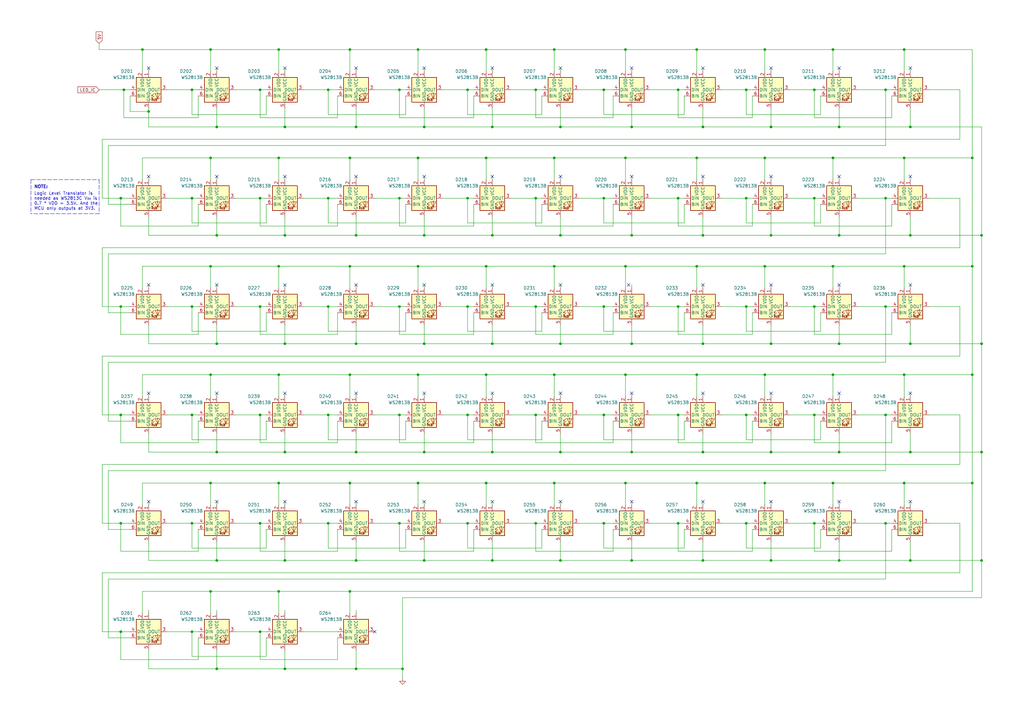
<source format=kicad_sch>
(kicad_sch (version 20211123) (generator eeschema)
  (paper "A3")
  (title_block (title "Smart Chessboard - Addressable RGB LEDs") (date "2022-11-12") (rev "B") (company "Butler Electronics") (comment 1 "Design by Joshua Butler, MD, MHI"))
  (junction (at 163.83 214.63))
  (junction (at 313.69 64.77))
  (junction (at 402.59 140.97))
  (junction (at 316.23 229.87))
  (junction (at 229.87 140.97))
  (junction (at 256.54 109.22))
  (junction (at 191.77 170.18))
  (junction (at 143.51 64.77))
  (junction (at 219.71 125.73))
  (junction (at 199.39 64.77))
  (junction (at 49.53 81.28))
  (junction (at 134.62 125.73))
  (junction (at 316.23 96.52))
  (junction (at 114.3 198.12))
  (junction (at 191.77 36.83))
  (junction (at 50.8 36.83))
  (junction (at 78.74 259.08))
  (junction (at 370.84 20.32))
  (junction (at 171.45 64.77))
  (junction (at 106.68 125.73))
  (junction (at 278.13 81.28))
  (junction (at 88.9 229.87))
  (junction (at 219.71 214.63))
  (junction (at 199.39 109.22))
  (junction (at 106.68 214.63))
  (junction (at 163.83 81.28))
  (junction (at 398.78 153.67))
  (junction (at 86.36 198.12))
  (junction (at 341.63 109.22))
  (junction (at 201.93 96.52))
  (junction (at 86.36 20.32))
  (junction (at 134.62 214.63))
  (junction (at 344.17 96.52))
  (junction (at 259.08 140.97))
  (junction (at 199.39 153.67))
  (junction (at 171.45 109.22))
  (junction (at 370.84 153.67))
  (junction (at 146.05 96.52))
  (junction (at 344.17 52.07))
  (junction (at 344.17 185.42))
  (junction (at 247.65 214.63))
  (junction (at 114.3 109.22))
  (junction (at 402.59 185.42))
  (junction (at 285.75 198.12))
  (junction (at 219.71 170.18))
  (junction (at 313.69 198.12))
  (junction (at 341.63 153.67))
  (junction (at 173.99 140.97))
  (junction (at 259.08 52.07))
  (junction (at 306.07 170.18))
  (junction (at 247.65 125.73))
  (junction (at 285.75 64.77))
  (junction (at 86.36 109.22))
  (junction (at 191.77 125.73))
  (junction (at 78.74 81.28))
  (junction (at 344.17 140.97))
  (junction (at 259.08 185.42))
  (junction (at 341.63 64.77))
  (junction (at 229.87 52.07))
  (junction (at 78.74 170.18))
  (junction (at 201.93 229.87))
  (junction (at 191.77 214.63))
  (junction (at 316.23 185.42))
  (junction (at 116.84 96.52))
  (junction (at 363.22 125.73))
  (junction (at 146.05 52.07))
  (junction (at 199.39 198.12))
  (junction (at 116.84 185.42))
  (junction (at 278.13 214.63))
  (junction (at 49.53 125.73))
  (junction (at 106.68 170.18))
  (junction (at 278.13 170.18))
  (junction (at 146.05 229.87))
  (junction (at 201.93 140.97))
  (junction (at 106.68 81.28))
  (junction (at 146.05 274.32))
  (junction (at 285.75 20.32))
  (junction (at 143.51 198.12))
  (junction (at 227.33 153.67))
  (junction (at 227.33 20.32))
  (junction (at 171.45 198.12))
  (junction (at 285.75 109.22))
  (junction (at 114.3 20.32))
  (junction (at 285.75 153.67))
  (junction (at 229.87 185.42))
  (junction (at 256.54 20.32))
  (junction (at 306.07 125.73))
  (junction (at 370.84 64.77))
  (junction (at 363.22 81.28))
  (junction (at 146.05 185.42))
  (junction (at 313.69 109.22))
  (junction (at 191.77 81.28))
  (junction (at 227.33 198.12))
  (junction (at 227.33 64.77))
  (junction (at 116.84 140.97))
  (junction (at 114.3 153.67))
  (junction (at 370.84 109.22))
  (junction (at 163.83 170.18))
  (junction (at 373.38 140.97))
  (junction (at 171.45 20.32))
  (junction (at 316.23 140.97))
  (junction (at 247.65 81.28))
  (junction (at 86.36 64.77))
  (junction (at 402.59 96.52))
  (junction (at 88.9 52.07))
  (junction (at 373.38 185.42))
  (junction (at 334.01 81.28))
  (junction (at 341.63 20.32))
  (junction (at 306.07 81.28))
  (junction (at 86.36 242.57))
  (junction (at 229.87 229.87))
  (junction (at 341.63 198.12))
  (junction (at 114.3 64.77))
  (junction (at 201.93 52.07))
  (junction (at 146.05 140.97))
  (junction (at 173.99 96.52))
  (junction (at 49.53 259.08))
  (junction (at 201.93 185.42))
  (junction (at 78.74 214.63))
  (junction (at 344.17 229.87))
  (junction (at 334.01 170.18))
  (junction (at 313.69 153.67))
  (junction (at 116.84 274.32))
  (junction (at 134.62 170.18))
  (junction (at 288.29 140.97))
  (junction (at 106.68 259.08))
  (junction (at 306.07 36.83))
  (junction (at 78.74 125.73))
  (junction (at 78.74 36.83))
  (junction (at 363.22 36.83))
  (junction (at 363.22 214.63))
  (junction (at 288.29 185.42))
  (junction (at 173.99 185.42))
  (junction (at 247.65 170.18))
  (junction (at 334.01 214.63))
  (junction (at 256.54 64.77))
  (junction (at 259.08 229.87))
  (junction (at 398.78 109.22))
  (junction (at 259.08 96.52))
  (junction (at 278.13 125.73))
  (junction (at 373.38 52.07))
  (junction (at 49.53 214.63))
  (junction (at 106.68 36.83))
  (junction (at 88.9 274.32))
  (junction (at 163.83 36.83))
  (junction (at 316.23 52.07))
  (junction (at 256.54 153.67))
  (junction (at 402.59 229.87))
  (junction (at 88.9 96.52))
  (junction (at 88.9 140.97))
  (junction (at 49.53 170.18))
  (junction (at 219.71 81.28))
  (junction (at 256.54 198.12))
  (junction (at 229.87 96.52))
  (junction (at 306.07 214.63))
  (junction (at 373.38 96.52))
  (junction (at 313.69 20.32))
  (junction (at 278.13 36.83))
  (junction (at 370.84 198.12))
  (junction (at 334.01 36.83))
  (junction (at 288.29 229.87))
  (junction (at 334.01 125.73))
  (junction (at 163.83 125.73))
  (junction (at 143.51 20.32))
  (junction (at 60.96 45.72))
  (junction (at 134.62 81.28))
  (junction (at 247.65 36.83))
  (junction (at 116.84 52.07))
  (junction (at 134.62 36.83))
  (junction (at 173.99 52.07))
  (junction (at 58.42 20.32))
  (junction (at 227.33 109.22))
  (junction (at 199.39 20.32))
  (junction (at 398.78 198.12))
  (junction (at 288.29 52.07))
  (junction (at 116.84 229.87))
  (junction (at 143.51 153.67))
  (junction (at 173.99 229.87))
  (junction (at 398.78 64.77))
  (junction (at 288.29 96.52))
  (junction (at 171.45 153.67))
  (junction (at 114.3 242.57))
  (junction (at 86.36 153.67))
  (junction (at 143.51 109.22))
  (junction (at 363.22 170.18))
  (junction (at 88.9 185.42))
  (junction (at 143.51 242.57))
  (junction (at 219.71 36.83))
  (junction (at 373.38 229.87))
  (junction (at 165.1 274.32))
  (no_connect (at 88.9 27.94))
  (no_connect (at 116.84 27.94))
  (no_connect (at 146.05 27.94))
  (no_connect (at 173.99 27.94))
  (no_connect (at 60.96 27.94))
  (no_connect (at 259.08 27.94))
  (no_connect (at 229.87 27.94))
  (no_connect (at 201.93 27.94))
  (no_connect (at 288.29 27.94))
  (no_connect (at 316.23 27.94))
  (no_connect (at 229.87 161.29))
  (no_connect (at 259.08 161.29))
  (no_connect (at 60.96 161.29))
  (no_connect (at 116.84 161.29))
  (no_connect (at 88.9 161.29))
  (no_connect (at 201.93 161.29))
  (no_connect (at 173.99 161.29))
  (no_connect (at 146.05 161.29))
  (no_connect (at 60.96 116.84))
  (no_connect (at 116.84 116.84))
  (no_connect (at 88.9 116.84))
  (no_connect (at 146.05 116.84))
  (no_connect (at 373.38 161.29))
  (no_connect (at 257.81 116.84))
  (no_connect (at 229.87 116.84))
  (no_connect (at 173.99 116.84))
  (no_connect (at 201.93 116.84))
  (no_connect (at 344.17 116.84))
  (no_connect (at 373.38 116.84))
  (no_connect (at 288.29 116.84))
  (no_connect (at 316.23 116.84))
  (no_connect (at 316.23 161.29))
  (no_connect (at 344.17 161.29))
  (no_connect (at 288.29 161.29))
  (no_connect (at 116.84 72.39))
  (no_connect (at 88.9 72.39))
  (no_connect (at 60.96 72.39))
  (no_connect (at 146.05 72.39))
  (no_connect (at 173.99 72.39))
  (no_connect (at 229.87 72.39))
  (no_connect (at 201.93 72.39))
  (no_connect (at 259.08 72.39))
  (no_connect (at 316.23 72.39))
  (no_connect (at 288.29 72.39))
  (no_connect (at 344.17 72.39))
  (no_connect (at 373.38 72.39))
  (no_connect (at 229.87 205.74))
  (no_connect (at 344.17 205.74))
  (no_connect (at 316.23 205.74))
  (no_connect (at 373.38 205.74))
  (no_connect (at 259.08 205.74))
  (no_connect (at 288.29 205.74))
  (no_connect (at 88.9 205.74))
  (no_connect (at 116.84 205.74))
  (no_connect (at 60.96 205.74))
  (no_connect (at 201.93 205.74))
  (no_connect (at 173.99 205.74))
  (no_connect (at 146.05 205.74))
  (no_connect (at 344.17 27.94))
  (no_connect (at 373.38 27.94))
  (no_connect (at 153.67 259.08))
  (wire (pts (xy 146.05 96.52) (xy 173.99 96.52)))
  (wire (pts (xy 365.76 83.82) (xy 365.76 92.71)))
  (wire (pts (xy 259.08 27.94) (xy 259.08 29.21)))
  (wire (pts (xy 60.96 266.7) (xy 60.96 274.32)))
  (wire (pts (xy 114.3 198.12) (xy 143.51 198.12)))
  (wire (pts (xy 86.36 198.12) (xy 86.36 207.01)))
  (wire (pts (xy 88.9 229.87) (xy 88.9 222.25)))
  (wire (pts (xy 229.87 185.42) (xy 259.08 185.42)))
  (wire (pts (xy 402.59 185.42) (xy 402.59 229.87)))
  (wire (pts (xy 370.84 20.32) (xy 398.78 20.32)))
  (wire (pts (xy 306.07 224.79) (xy 306.07 214.63)))
  (wire (pts (xy 259.08 96.52) (xy 288.29 96.52)))
  (wire (pts (xy 166.37 172.72) (xy 166.37 180.34)))
  (wire (pts (xy 124.46 36.83) (xy 134.62 36.83)))
  (wire (pts (xy 68.58 214.63) (xy 78.74 214.63)))
  (wire (pts (xy 60.96 250.19) (xy 60.96 251.46)))
  (wire (pts (xy 41.91 170.18) (xy 49.53 170.18)))
  (wire (pts (xy 259.08 161.29) (xy 259.08 162.56)))
  (wire (pts (xy 199.39 109.22) (xy 227.33 109.22)))
  (wire (pts (xy 370.84 109.22) (xy 398.78 109.22)))
  (wire (pts (xy 116.84 96.52) (xy 116.84 88.9)))
  (wire (pts (xy 251.46 128.27) (xy 251.46 137.16)))
  (wire (pts (xy 50.8 36.83) (xy 50.8 48.26)))
  (wire (pts (xy 201.93 185.42) (xy 229.87 185.42)))
  (wire (pts (xy 86.36 242.57) (xy 86.36 251.46)))
  (wire (pts (xy 313.69 64.77) (xy 341.63 64.77)))
  (wire (pts (xy 247.65 135.89) (xy 247.65 125.73)))
  (wire (pts (xy 288.29 161.29) (xy 288.29 162.56)))
  (wire (pts (xy 370.84 198.12) (xy 398.78 198.12)))
  (wire (pts (xy 171.45 64.77) (xy 171.45 73.66)))
  (wire (pts (xy 336.55 135.89) (xy 306.07 135.89)))
  (wire (pts (xy 351.79 36.83) (xy 363.22 36.83)))
  (wire (pts (xy 288.29 52.07) (xy 288.29 44.45)))
  (wire (pts (xy 266.7 36.83) (xy 278.13 36.83)))
  (wire (pts (xy 41.91 101.6) (xy 41.91 125.73)))
  (wire (pts (xy 295.91 170.18) (xy 306.07 170.18)))
  (wire (pts (xy 373.38 185.42) (xy 373.38 177.8)))
  (wire (pts (xy 201.93 229.87) (xy 229.87 229.87)))
  (wire (pts (xy 316.23 72.39) (xy 316.23 73.66)))
  (polyline (pts (xy 12.7 73.66) (xy 12.7 87.63)))
  (wire (pts (xy 251.46 48.26) (xy 219.71 48.26)))
  (wire (pts (xy 143.51 20.32) (xy 143.51 29.21)))
  (wire (pts (xy 398.78 64.77) (xy 398.78 109.22)))
  (wire (pts (xy 146.05 96.52) (xy 146.05 88.9)))
  (wire (pts (xy 402.59 52.07) (xy 402.59 96.52)))
  (wire (pts (xy 86.36 64.77) (xy 86.36 73.66)))
  (wire (pts (xy 81.28 172.72) (xy 81.28 181.61)))
  (wire (pts (xy 306.07 36.83) (xy 308.61 36.83)))
  (wire (pts (xy 306.07 214.63) (xy 308.61 214.63)))
  (wire (pts (xy 109.22 180.34) (xy 109.22 172.72)))
  (wire (pts (xy 199.39 64.77) (xy 227.33 64.77)))
  (wire (pts (xy 280.67 91.44) (xy 247.65 91.44)))
  (wire (pts (xy 60.96 27.94) (xy 60.96 29.21)))
  (wire (pts (xy 146.05 140.97) (xy 146.05 133.35)))
  (wire (pts (xy 237.49 36.83) (xy 247.65 36.83)))
  (wire (pts (xy 363.22 36.83) (xy 363.22 59.69)))
  (wire (pts (xy 96.52 125.73) (xy 106.68 125.73)))
  (wire (pts (xy 316.23 116.84) (xy 316.23 118.11)))
  (wire (pts (xy 199.39 153.67) (xy 199.39 162.56)))
  (wire (pts (xy 199.39 153.67) (xy 227.33 153.67)))
  (wire (pts (xy 173.99 185.42) (xy 173.99 177.8)))
  (wire (pts (xy 78.74 125.73) (xy 78.74 135.89)))
  (wire (pts (xy 171.45 64.77) (xy 199.39 64.77)))
  (wire (pts (xy 134.62 91.44) (xy 134.62 81.28)))
  (wire (pts (xy 344.17 96.52) (xy 373.38 96.52)))
  (wire (pts (xy 138.43 261.62) (xy 138.43 270.51)))
  (wire (pts (xy 393.7 234.95) (xy 41.91 234.95)))
  (wire (pts (xy 363.22 193.04) (xy 44.45 193.04)))
  (wire (pts (xy 341.63 153.67) (xy 370.84 153.67)))
  (wire (pts (xy 316.23 185.42) (xy 344.17 185.42)))
  (wire (pts (xy 393.7 214.63) (xy 393.7 234.95)))
  (wire (pts (xy 201.93 140.97) (xy 201.93 133.35)))
  (wire (pts (xy 237.49 81.28) (xy 247.65 81.28)))
  (wire (pts (xy 251.46 137.16) (xy 219.71 137.16)))
  (wire (pts (xy 58.42 64.77) (xy 86.36 64.77)))
  (wire (pts (xy 247.65 125.73) (xy 251.46 125.73)))
  (wire (pts (xy 96.52 36.83) (xy 106.68 36.83)))
  (wire (pts (xy 138.43 270.51) (xy 106.68 270.51)))
  (wire (pts (xy 306.07 91.44) (xy 306.07 81.28)))
  (wire (pts (xy 171.45 109.22) (xy 199.39 109.22)))
  (wire (pts (xy 116.84 274.32) (xy 146.05 274.32)))
  (wire (pts (xy 49.53 81.28) (xy 53.34 81.28)))
  (wire (pts (xy 166.37 224.79) (xy 134.62 224.79)))
  (wire (pts (xy 86.36 153.67) (xy 114.3 153.67)))
  (wire (pts (xy 393.7 36.83) (xy 393.7 57.15)))
  (wire (pts (xy 222.25 46.99) (xy 222.25 39.37)))
  (wire (pts (xy 313.69 198.12) (xy 341.63 198.12)))
  (wire (pts (xy 344.17 96.52) (xy 344.17 88.9)))
  (wire (pts (xy 259.08 52.07) (xy 288.29 52.07)))
  (wire (pts (xy 278.13 170.18) (xy 280.67 170.18)))
  (wire (pts (xy 373.38 140.97) (xy 373.38 133.35)))
  (wire (pts (xy 78.74 36.83) (xy 81.28 36.83)))
  (wire (pts (xy 288.29 185.42) (xy 288.29 177.8)))
  (wire (pts (xy 146.05 52.07) (xy 146.05 44.45)))
  (wire (pts (xy 163.83 125.73) (xy 166.37 125.73)))
  (wire (pts (xy 194.31 48.26) (xy 163.83 48.26)))
  (wire (pts (xy 143.51 64.77) (xy 171.45 64.77)))
  (wire (pts (xy 134.62 125.73) (xy 138.43 125.73)))
  (wire (pts (xy 88.9 161.29) (xy 88.9 162.56)))
  (wire (pts (xy 402.59 229.87) (xy 402.59 245.11)))
  (wire (pts (xy 306.07 125.73) (xy 308.61 125.73)))
  (wire (pts (xy 251.46 39.37) (xy 251.46 48.26)))
  (wire (pts (xy 40.64 20.32) (xy 58.42 20.32)))
  (wire (pts (xy 288.29 72.39) (xy 288.29 73.66)))
  (wire (pts (xy 393.7 146.05) (xy 41.91 146.05)))
  (wire (pts (xy 341.63 64.77) (xy 370.84 64.77)))
  (wire (pts (xy 138.43 39.37) (xy 138.43 48.26)))
  (wire (pts (xy 373.38 52.07) (xy 373.38 44.45)))
  (wire (pts (xy 336.55 91.44) (xy 306.07 91.44)))
  (wire (pts (xy 201.93 140.97) (xy 229.87 140.97)))
  (wire (pts (xy 334.01 81.28) (xy 336.55 81.28)))
  (wire (pts (xy 60.96 45.72) (xy 60.96 52.07)))
  (wire (pts (xy 341.63 198.12) (xy 341.63 207.01)))
  (wire (pts (xy 88.9 185.42) (xy 116.84 185.42)))
  (wire (pts (xy 146.05 274.32) (xy 165.1 274.32)))
  (wire (pts (xy 222.25 91.44) (xy 191.77 91.44)))
  (wire (pts (xy 363.22 148.59) (xy 44.45 148.59)))
  (wire (pts (xy 278.13 125.73) (xy 278.13 137.16)))
  (wire (pts (xy 116.84 274.32) (xy 116.84 266.7)))
  (wire (pts (xy 251.46 83.82) (xy 251.46 92.71)))
  (wire (pts (xy 341.63 109.22) (xy 370.84 109.22)))
  (wire (pts (xy 316.23 52.07) (xy 344.17 52.07)))
  (wire (pts (xy 341.63 153.67) (xy 341.63 162.56)))
  (wire (pts (xy 266.7 170.18) (xy 278.13 170.18)))
  (wire (pts (xy 44.45 104.14) (xy 44.45 128.27)))
  (wire (pts (xy 41.91 146.05) (xy 41.91 170.18)))
  (wire (pts (xy 88.9 72.39) (xy 88.9 73.66)))
  (wire (pts (xy 219.71 125.73) (xy 219.71 137.16)))
  (wire (pts (xy 227.33 153.67) (xy 227.33 162.56)))
  (wire (pts (xy 285.75 109.22) (xy 313.69 109.22)))
  (wire (pts (xy 114.3 20.32) (xy 114.3 29.21)))
  (wire (pts (xy 222.25 180.34) (xy 222.25 172.72)))
  (wire (pts (xy 106.68 36.83) (xy 109.22 36.83)))
  (wire (pts (xy 336.55 180.34) (xy 336.55 172.72)))
  (wire (pts (xy 181.61 214.63) (xy 191.77 214.63)))
  (wire (pts (xy 96.52 259.08) (xy 106.68 259.08)))
  (wire (pts (xy 341.63 64.77) (xy 341.63 73.66)))
  (wire (pts (xy 306.07 46.99) (xy 306.07 36.83)))
  (wire (pts (xy 288.29 229.87) (xy 316.23 229.87)))
  (wire (pts (xy 229.87 229.87) (xy 229.87 222.25)))
  (wire (pts (xy 227.33 20.32) (xy 227.33 29.21)))
  (wire (pts (xy 106.68 214.63) (xy 106.68 226.06)))
  (wire (pts (xy 363.22 125.73) (xy 365.76 125.73)))
  (wire (pts (xy 78.74 214.63) (xy 81.28 214.63)))
  (wire (pts (xy 191.77 180.34) (xy 191.77 170.18)))
  (wire (pts (xy 363.22 170.18) (xy 363.22 193.04)))
  (wire (pts (xy 398.78 153.67) (xy 398.78 198.12)))
  (wire (pts (xy 163.83 36.83) (xy 163.83 48.26)))
  (wire (pts (xy 181.61 170.18) (xy 191.77 170.18)))
  (wire (pts (xy 227.33 109.22) (xy 227.33 118.11)))
  (wire (pts (xy 278.13 81.28) (xy 278.13 92.71)))
  (wire (pts (xy 58.42 153.67) (xy 86.36 153.67)))
  (wire (pts (xy 280.67 217.17) (xy 280.67 224.79)))
  (wire (pts (xy 49.53 259.08) (xy 53.34 259.08)))
  (wire (pts (xy 334.01 81.28) (xy 334.01 92.71)))
  (wire (pts (xy 41.91 125.73) (xy 49.53 125.73)))
  (wire (pts (xy 171.45 153.67) (xy 171.45 162.56)))
  (wire (pts (xy 49.53 137.16) (xy 49.53 125.73)))
  (wire (pts (xy 194.31 83.82) (xy 194.31 92.71)))
  (wire (pts (xy 308.61 83.82) (xy 308.61 92.71)))
  (wire (pts (xy 146.05 72.39) (xy 146.05 73.66)))
  (wire (pts (xy 146.05 161.29) (xy 146.05 162.56)))
  (wire (pts (xy 308.61 128.27) (xy 308.61 137.16)))
  (wire (pts (xy 165.1 274.32) (xy 165.1 278.13)))
  (wire (pts (xy 173.99 72.39) (xy 173.99 73.66)))
  (wire (pts (xy 116.84 185.42) (xy 116.84 177.8)))
  (wire (pts (xy 58.42 198.12) (xy 58.42 207.01)))
  (wire (pts (xy 256.54 109.22) (xy 285.75 109.22)))
  (wire (pts (xy 237.49 214.63) (xy 247.65 214.63)))
  (wire (pts (xy 88.9 96.52) (xy 116.84 96.52)))
  (wire (pts (xy 259.08 72.39) (xy 259.08 73.66)))
  (wire (pts (xy 370.84 64.77) (xy 398.78 64.77)))
  (wire (pts (xy 49.53 214.63) (xy 53.34 214.63)))
  (wire (pts (xy 146.05 250.19) (xy 146.05 251.46)))
  (wire (pts (xy 288.29 140.97) (xy 316.23 140.97)))
  (wire (pts (xy 373.38 27.94) (xy 373.38 29.21)))
  (wire (pts (xy 295.91 125.73) (xy 306.07 125.73)))
  (wire (pts (xy 153.67 125.73) (xy 163.83 125.73)))
  (wire (pts (xy 288.29 116.84) (xy 288.29 118.11)))
  (wire (pts (xy 40.64 17.78) (xy 40.64 20.32)))
  (wire (pts (xy 334.01 170.18) (xy 334.01 181.61)))
  (wire (pts (xy 134.62 36.83) (xy 138.43 36.83)))
  (wire (pts (xy 78.74 170.18) (xy 78.74 180.34)))
  (wire (pts (xy 171.45 153.67) (xy 199.39 153.67)))
  (wire (pts (xy 181.61 125.73) (xy 191.77 125.73)))
  (wire (pts (xy 259.08 229.87) (xy 288.29 229.87)))
  (wire (pts (xy 373.38 52.07) (xy 402.59 52.07)))
  (wire (pts (xy 363.22 214.63) (xy 365.76 214.63)))
  (wire (pts (xy 171.45 198.12) (xy 199.39 198.12)))
  (wire (pts (xy 78.74 81.28) (xy 78.74 91.44)))
  (wire (pts (xy 116.84 116.84) (xy 116.84 118.11)))
  (wire (pts (xy 138.43 128.27) (xy 138.43 137.16)))
  (wire (pts (xy 363.22 81.28) (xy 363.22 104.14)))
  (wire (pts (xy 86.36 198.12) (xy 114.3 198.12)))
  (wire (pts (xy 44.45 148.59) (xy 44.45 172.72)))
  (wire (pts (xy 60.96 72.39) (xy 60.96 73.66)))
  (wire (pts (xy 81.28 270.51) (xy 49.53 270.51)))
  (wire (pts (xy 44.45 217.17) (xy 53.34 217.17)))
  (wire (pts (xy 78.74 224.79) (xy 109.22 224.79)))
  (wire (pts (xy 58.42 109.22) (xy 58.42 118.11)))
  (wire (pts (xy 96.52 170.18) (xy 106.68 170.18)))
  (wire (pts (xy 285.75 20.32) (xy 285.75 29.21)))
  (wire (pts (xy 288.29 185.42) (xy 316.23 185.42)))
  (wire (pts (xy 173.99 96.52) (xy 173.99 88.9)))
  (wire (pts (xy 60.96 222.25) (xy 60.96 229.87)))
  (wire (pts (xy 323.85 36.83) (xy 334.01 36.83)))
  (wire (pts (xy 344.17 52.07) (xy 373.38 52.07)))
  (wire (pts (xy 256.54 20.32) (xy 256.54 29.21)))
  (wire (pts (xy 143.51 64.77) (xy 143.51 73.66)))
  (wire (pts (xy 78.74 180.34) (xy 109.22 180.34)))
  (wire (pts (xy 373.38 161.29) (xy 373.38 162.56)))
  (wire (pts (xy 191.77 135.89) (xy 191.77 125.73)))
  (wire (pts (xy 106.68 170.18) (xy 109.22 170.18)))
  (wire (pts (xy 316.23 27.94) (xy 316.23 29.21)))
  (wire (pts (xy 88.9 27.94) (xy 88.9 29.21)))
  (wire (pts (xy 370.84 153.67) (xy 370.84 162.56)))
  (wire (pts (xy 313.69 109.22) (xy 313.69 118.11)))
  (wire (pts (xy 109.22 46.99) (xy 109.22 39.37)))
  (wire (pts (xy 370.84 153.67) (xy 398.78 153.67)))
  (wire (pts (xy 191.77 91.44) (xy 191.77 81.28)))
  (wire (pts (xy 201.93 205.74) (xy 201.93 207.01)))
  (wire (pts (xy 88.9 274.32) (xy 88.9 266.7)))
  (wire (pts (xy 49.53 125.73) (xy 53.34 125.73)))
  (wire (pts (xy 251.46 226.06) (xy 219.71 226.06)))
  (wire (pts (xy 58.42 20.32) (xy 58.42 29.21)))
  (wire (pts (xy 393.7 125.73) (xy 393.7 146.05)))
  (wire (pts (xy 49.53 181.61) (xy 49.53 170.18)))
  (wire (pts (xy 78.74 259.08) (xy 78.74 269.24)))
  (wire (pts (xy 96.52 214.63) (xy 106.68 214.63)))
  (wire (pts (xy 68.58 259.08) (xy 78.74 259.08)))
  (wire (pts (xy 116.84 161.29) (xy 116.84 162.56)))
  (wire (pts (xy 393.7 190.5) (xy 41.91 190.5)))
  (wire (pts (xy 201.93 116.84) (xy 201.93 118.11)))
  (wire (pts (xy 251.46 217.17) (xy 251.46 226.06)))
  (wire (pts (xy 373.38 229.87) (xy 373.38 222.25)))
  (wire (pts (xy 173.99 140.97) (xy 201.93 140.97)))
  (wire (pts (xy 222.25 46.99) (xy 191.77 46.99)))
  (wire (pts (xy 163.83 170.18) (xy 166.37 170.18)))
  (wire (pts (xy 344.17 161.29) (xy 344.17 162.56)))
  (wire (pts (xy 78.74 91.44) (xy 109.22 91.44)))
  (wire (pts (xy 308.61 181.61) (xy 278.13 181.61)))
  (wire (pts (xy 88.9 96.52) (xy 88.9 88.9)))
  (wire (pts (xy 373.38 72.39) (xy 373.38 73.66)))
  (wire (pts (xy 259.08 185.42) (xy 288.29 185.42)))
  (wire (pts (xy 316.23 229.87) (xy 344.17 229.87)))
  (wire (pts (xy 106.68 259.08) (xy 109.22 259.08)))
  (wire (pts (xy 81.28 261.62) (xy 81.28 270.51)))
  (wire (pts (xy 316.23 140.97) (xy 316.23 133.35)))
  (wire (pts (xy 143.51 153.67) (xy 143.51 162.56)))
  (wire (pts (xy 166.37 128.27) (xy 166.37 135.89)))
  (wire (pts (xy 58.42 153.67) (xy 58.42 162.56)))
  (wire (pts (xy 201.93 52.07) (xy 229.87 52.07)))
  (wire (pts (xy 88.9 52.07) (xy 88.9 44.45)))
  (wire (pts (xy 259.08 140.97) (xy 259.08 133.35)))
  (wire (pts (xy 288.29 205.74) (xy 288.29 207.01)))
  (wire (pts (xy 109.22 91.44) (xy 109.22 83.82)))
  (wire (pts (xy 163.83 125.73) (xy 163.83 137.16)))
  (wire (pts (xy 153.67 214.63) (xy 163.83 214.63)))
  (wire (pts (xy 344.17 116.84) (xy 344.17 118.11)))
  (wire (pts (xy 363.22 36.83) (xy 365.76 36.83)))
  (wire (pts (xy 191.77 81.28) (xy 194.31 81.28)))
  (wire (pts (xy 247.65 91.44) (xy 247.65 81.28)))
  (wire (pts (xy 143.51 242.57) (xy 398.78 242.57)))
  (wire (pts (xy 209.55 170.18) (xy 219.71 170.18)))
  (wire (pts (xy 191.77 224.79) (xy 191.77 214.63)))
  (wire (pts (xy 116.84 140.97) (xy 116.84 133.35)))
  (wire (pts (xy 285.75 20.32) (xy 313.69 20.32)))
  (wire (pts (xy 194.31 172.72) (xy 194.31 181.61)))
  (wire (pts (xy 323.85 170.18) (xy 334.01 170.18)))
  (wire (pts (xy 50.8 36.83) (xy 53.34 36.83)))
  (wire (pts (xy 313.69 20.32) (xy 313.69 29.21)))
  (wire (pts (xy 114.3 198.12) (xy 114.3 207.01)))
  (wire (pts (xy 109.22 224.79) (xy 109.22 217.17)))
  (wire (pts (xy 278.13 36.83) (xy 280.67 36.83)))
  (wire (pts (xy 363.22 125.73) (xy 363.22 148.59)))
  (wire (pts (xy 138.43 48.26) (xy 106.68 48.26)))
  (wire (pts (xy 58.42 109.22) (xy 86.36 109.22)))
  (wire (pts (xy 334.01 125.73) (xy 336.55 125.73)))
  (wire (pts (xy 124.46 125.73) (xy 134.62 125.73)))
  (wire (pts (xy 316.23 229.87) (xy 316.23 222.25)))
  (wire (pts (xy 134.62 135.89) (xy 134.62 125.73)))
  (wire (pts (xy 365.76 92.71) (xy 334.01 92.71)))
  (wire (pts (xy 398.78 198.12) (xy 398.78 242.57)))
  (wire (pts (xy 114.3 242.57) (xy 143.51 242.57)))
  (wire (pts (xy 199.39 64.77) (xy 199.39 73.66)))
  (wire (pts (xy 173.99 205.74) (xy 173.99 207.01)))
  (wire (pts (xy 365.76 39.37) (xy 365.76 48.26)))
  (wire (pts (xy 365.76 48.26) (xy 334.01 48.26)))
  (wire (pts (xy 41.91 214.63) (xy 49.53 214.63)))
  (wire (pts (xy 134.62 180.34) (xy 134.62 170.18)))
  (wire (pts (xy 163.83 214.63) (xy 163.83 226.06)))
  (wire (pts (xy 313.69 153.67) (xy 341.63 153.67)))
  (wire (pts (xy 370.84 198.12) (xy 370.84 207.01)))
  (wire (pts (xy 49.53 270.51) (xy 49.53 259.08)))
  (wire (pts (xy 222.25 135.89) (xy 191.77 135.89)))
  (wire (pts (xy 256.54 153.67) (xy 285.75 153.67)))
  (wire (pts (xy 373.38 229.87) (xy 402.59 229.87)))
  (wire (pts (xy 256.54 198.12) (xy 256.54 207.01)))
  (wire (pts (xy 81.28 181.61) (xy 49.53 181.61)))
  (wire (pts (xy 114.3 20.32) (xy 143.51 20.32)))
  (wire (pts (xy 106.68 125.73) (xy 106.68 137.16)))
  (wire (pts (xy 229.87 27.94) (xy 229.87 29.21)))
  (wire (pts (xy 280.67 172.72) (xy 280.67 180.34)))
  (wire (pts (xy 181.61 81.28) (xy 191.77 81.28)))
  (wire (pts (xy 365.76 137.16) (xy 334.01 137.16)))
  (wire (pts (xy 124.46 81.28) (xy 134.62 81.28)))
  (wire (pts (xy 44.45 128.27) (xy 53.34 128.27)))
  (wire (pts (xy 363.22 170.18) (xy 365.76 170.18)))
  (wire (pts (xy 266.7 214.63) (xy 278.13 214.63)))
  (wire (pts (xy 247.65 170.18) (xy 251.46 170.18)))
  (wire (pts (xy 316.23 96.52) (xy 344.17 96.52)))
  (wire (pts (xy 341.63 20.32) (xy 370.84 20.32)))
  (wire (pts (xy 60.96 52.07) (xy 88.9 52.07)))
  (wire (pts (xy 78.74 214.63) (xy 78.74 224.79)))
  (wire (pts (xy 114.3 153.67) (xy 143.51 153.67)))
  (wire (pts (xy 78.74 170.18) (xy 81.28 170.18)))
  (wire (pts (xy 88.9 116.84) (xy 88.9 118.11)))
  (wire (pts (xy 58.42 64.77) (xy 58.42 73.66)))
  (wire (pts (xy 316.23 205.74) (xy 316.23 207.01)))
  (wire (pts (xy 53.34 39.37) (xy 53.34 45.72)))
  (wire (pts (xy 124.46 214.63) (xy 134.62 214.63)))
  (wire (pts (xy 227.33 198.12) (xy 256.54 198.12)))
  (wire (pts (xy 44.45 193.04) (xy 44.45 217.17)))
  (wire (pts (xy 373.38 185.42) (xy 402.59 185.42)))
  (wire (pts (xy 381 36.83) (xy 393.7 36.83)))
  (wire (pts (xy 146.05 52.07) (xy 173.99 52.07)))
  (wire (pts (xy 288.29 96.52) (xy 316.23 96.52)))
  (wire (pts (xy 334.01 36.83) (xy 334.01 48.26)))
  (wire (pts (xy 229.87 96.52) (xy 229.87 88.9)))
  (wire (pts (xy 381 81.28) (xy 393.7 81.28)))
  (wire (pts (xy 60.96 229.87) (xy 88.9 229.87)))
  (wire (pts (xy 86.36 20.32) (xy 86.36 29.21)))
  (wire (pts (xy 365.76 172.72) (xy 365.76 181.61)))
  (wire (pts (xy 259.08 116.84) (xy 259.08 118.11)))
  (wire (pts (xy 280.67 180.34) (xy 247.65 180.34)))
  (wire (pts (xy 78.74 259.08) (xy 81.28 259.08)))
  (wire (pts (xy 146.05 229.87) (xy 173.99 229.87)))
  (wire (pts (xy 106.68 36.83) (xy 106.68 48.26)))
  (wire (pts (xy 116.84 140.97) (xy 146.05 140.97)))
  (wire (pts (xy 280.67 83.82) (xy 280.67 91.44)))
  (wire (pts (xy 163.83 81.28) (xy 163.83 92.71)))
  (wire (pts (xy 60.96 185.42) (xy 88.9 185.42)))
  (wire (pts (xy 114.3 109.22) (xy 114.3 118.11)))
  (wire (pts (xy 363.22 59.69) (xy 44.45 59.69)))
  (wire (pts (xy 251.46 172.72) (xy 251.46 181.61)))
  (wire (pts (xy 194.31 39.37) (xy 194.31 48.26)))
  (wire (pts (xy 201.93 27.94) (xy 201.93 29.21)))
  (wire (pts (xy 88.9 205.74) (xy 88.9 207.01)))
  (wire (pts (xy 106.68 81.28) (xy 109.22 81.28)))
  (wire (pts (xy 163.83 214.63) (xy 166.37 214.63)))
  (wire (pts (xy 194.31 217.17) (xy 194.31 226.06)))
  (wire (pts (xy 40.64 36.83) (xy 50.8 36.83)))
  (wire (pts (xy 344.17 27.94) (xy 344.17 29.21)))
  (wire (pts (xy 334.01 36.83) (xy 336.55 36.83)))
  (wire (pts (xy 146.05 274.32) (xy 146.05 266.7)))
  (wire (pts (xy 222.25 135.89) (xy 222.25 128.27)))
  (wire (pts (xy 393.7 101.6) (xy 41.91 101.6)))
  (wire (pts (xy 247.65 46.99) (xy 247.65 36.83)))
  (wire (pts (xy 237.49 170.18) (xy 247.65 170.18)))
  (wire (pts (xy 68.58 81.28) (xy 78.74 81.28)))
  (wire (pts (xy 259.08 140.97) (xy 288.29 140.97)))
  (wire (pts (xy 116.84 52.07) (xy 146.05 52.07)))
  (wire (pts (xy 114.3 64.77) (xy 143.51 64.77)))
  (wire (pts (xy 60.96 96.52) (xy 88.9 96.52)))
  (wire (pts (xy 86.36 109.22) (xy 86.36 118.11)))
  (wire (pts (xy 146.05 185.42) (xy 173.99 185.42)))
  (wire (pts (xy 143.51 153.67) (xy 171.45 153.67)))
  (wire (pts (xy 138.43 137.16) (xy 106.68 137.16)))
  (wire (pts (xy 313.69 20.32) (xy 341.63 20.32)))
  (wire (pts (xy 363.22 237.49) (xy 44.45 237.49)))
  (wire (pts (xy 88.9 250.19) (xy 88.9 251.46)))
  (wire (pts (xy 53.34 45.72) (xy 60.96 45.72)))
  (wire (pts (xy 173.99 161.29) (xy 173.99 162.56)))
  (wire (pts (xy 60.96 88.9) (xy 60.96 96.52)))
  (wire (pts (xy 209.55 36.83) (xy 219.71 36.83)))
  (wire (pts (xy 336.55 224.79) (xy 306.07 224.79)))
  (wire (pts (xy 295.91 81.28) (xy 306.07 81.28)))
  (wire (pts (xy 313.69 198.12) (xy 313.69 207.01)))
  (wire (pts (xy 334.01 214.63) (xy 336.55 214.63)))
  (wire (pts (xy 308.61 48.26) (xy 278.13 48.26)))
  (wire (pts (xy 199.39 198.12) (xy 227.33 198.12)))
  (wire (pts (xy 166.37 83.82) (xy 166.37 91.44)))
  (polyline (pts (xy 40.64 87.63) (xy 12.7 87.63)))
  (wire (pts (xy 336.55 224.79) (xy 336.55 217.17)))
  (wire (pts (xy 116.84 229.87) (xy 146.05 229.87)))
  (wire (pts (xy 114.3 242.57) (xy 114.3 251.46)))
  (wire (pts (xy 280.67 46.99) (xy 247.65 46.99)))
  (wire (pts (xy 256.54 109.22) (xy 256.54 118.11)))
  (wire (pts (xy 146.05 229.87) (xy 146.05 222.25)))
  (wire (pts (xy 278.13 214.63) (xy 280.67 214.63)))
  (wire (pts (xy 86.36 109.22) (xy 114.3 109.22)))
  (wire (pts (xy 88.9 229.87) (xy 116.84 229.87)))
  (wire (pts (xy 373.38 140.97) (xy 402.59 140.97)))
  (wire (pts (xy 227.33 64.77) (xy 256.54 64.77)))
  (wire (pts (xy 402.59 96.52) (xy 402.59 140.97)))
  (wire (pts (xy 49.53 226.06) (xy 49.53 214.63)))
  (wire (pts (xy 344.17 185.42) (xy 344.17 177.8)))
  (wire (pts (xy 219.71 125.73) (xy 222.25 125.73)))
  (wire (pts (xy 288.29 229.87) (xy 288.29 222.25)))
  (wire (pts (xy 381 125.73) (xy 393.7 125.73)))
  (wire (pts (xy 191.77 46.99) (xy 191.77 36.83)))
  (wire (pts (xy 229.87 96.52) (xy 259.08 96.52)))
  (wire (pts (xy 247.65 214.63) (xy 251.46 214.63)))
  (wire (pts (xy 114.3 64.77) (xy 114.3 73.66)))
  (wire (pts (xy 199.39 109.22) (xy 199.39 118.11)))
  (wire (pts (xy 201.93 185.42) (xy 201.93 177.8)))
  (wire (pts (xy 285.75 153.67) (xy 285.75 162.56)))
  (wire (pts (xy 393.7 57.15) (xy 41.91 57.15)))
  (wire (pts (xy 323.85 81.28) (xy 334.01 81.28)))
  (wire (pts (xy 86.36 20.32) (xy 114.3 20.32)))
  (wire (pts (xy 81.28 83.82) (xy 81.28 92.71)))
  (wire (pts (xy 351.79 170.18) (xy 363.22 170.18)))
  (wire (pts (xy 138.43 226.06) (xy 106.68 226.06)))
  (wire (pts (xy 256.54 64.77) (xy 285.75 64.77)))
  (wire (pts (xy 365.76 226.06) (xy 334.01 226.06)))
  (wire (pts (xy 227.33 109.22) (xy 256.54 109.22)))
  (wire (pts (xy 109.22 269.24) (xy 109.22 261.62)))
  (wire (pts (xy 222.25 224.79) (xy 191.77 224.79)))
  (wire (pts (xy 173.99 229.87) (xy 173.99 222.25)))
  (wire (pts (xy 351.79 81.28) (xy 363.22 81.28)))
  (wire (pts (xy 191.77 214.63) (xy 194.31 214.63)))
  (wire (pts (xy 247.65 36.83) (xy 251.46 36.83)))
  (wire (pts (xy 316.23 185.42) (xy 316.23 177.8)))
  (wire (pts (xy 370.84 64.77) (xy 370.84 73.66)))
  (wire (pts (xy 402.59 245.11) (xy 165.1 245.11)))
  (wire (pts (xy 116.84 185.42) (xy 146.05 185.42)))
  (wire (pts (xy 153.67 170.18) (xy 163.83 170.18)))
  (wire (pts (xy 229.87 72.39) (xy 229.87 73.66)))
  (wire (pts (xy 308.61 39.37) (xy 308.61 48.26)))
  (wire (pts (xy 229.87 185.42) (xy 229.87 177.8)))
  (wire (pts (xy 114.3 109.22) (xy 143.51 109.22)))
  (wire (pts (xy 227.33 20.32) (xy 256.54 20.32)))
  (wire (pts (xy 229.87 229.87) (xy 259.08 229.87)))
  (wire (pts (xy 259.08 229.87) (xy 259.08 222.25)))
  (wire (pts (xy 219.71 170.18) (xy 222.25 170.18)))
  (wire (pts (xy 251.46 92.71) (xy 219.71 92.71)))
  (wire (pts (xy 201.93 96.52) (xy 229.87 96.52)))
  (wire (pts (xy 173.99 140.97) (xy 173.99 133.35)))
  (wire (pts (xy 247.65 180.34) (xy 247.65 170.18)))
  (wire (pts (xy 285.75 109.22) (xy 285.75 118.11)))
  (wire (pts (xy 313.69 153.67) (xy 313.69 162.56)))
  (wire (pts (xy 41.91 234.95) (xy 41.91 259.08)))
  (wire (pts (xy 336.55 135.89) (xy 336.55 128.27)))
  (wire (pts (xy 143.51 20.32) (xy 171.45 20.32)))
  (wire (pts (xy 316.23 161.29) (xy 316.23 162.56)))
  (wire (pts (xy 308.61 226.06) (xy 278.13 226.06)))
  (wire (pts (xy 351.79 214.63) (xy 363.22 214.63)))
  (wire (pts (xy 41.91 190.5) (xy 41.91 214.63)))
  (wire (pts (xy 194.31 181.61) (xy 163.83 181.61)))
  (wire (pts (xy 49.53 170.18) (xy 53.34 170.18)))
  (wire (pts (xy 44.45 237.49) (xy 44.45 261.62)))
  (wire (pts (xy 393.7 81.28) (xy 393.7 101.6)))
  (wire (pts (xy 173.99 96.52) (xy 201.93 96.52)))
  (wire (pts (xy 153.67 81.28) (xy 163.83 81.28)))
  (wire (pts (xy 134.62 81.28) (xy 138.43 81.28)))
  (wire (pts (xy 143.51 109.22) (xy 143.51 118.11)))
  (wire (pts (xy 229.87 161.29) (xy 229.87 162.56)))
  (wire (pts (xy 143.51 109.22) (xy 171.45 109.22)))
  (wire (pts (xy 351.79 125.73) (xy 363.22 125.73)))
  (wire (pts (xy 280.67 135.89) (xy 247.65 135.89)))
  (wire (pts (xy 229.87 52.07) (xy 259.08 52.07)))
  (wire (pts (xy 201.93 52.07) (xy 201.93 44.45)))
  (wire (pts (xy 256.54 64.77) (xy 256.54 73.66)))
  (wire (pts (xy 58.42 198.12) (xy 86.36 198.12)))
  (wire (pts (xy 81.28 39.37) (xy 81.28 48.26)))
  (wire (pts (xy 106.68 259.08) (xy 106.68 270.51)))
  (wire (pts (xy 373.38 96.52) (xy 373.38 88.9)))
  (wire (pts (xy 280.67 224.79) (xy 247.65 224.79)))
  (wire (pts (xy 146.05 140.97) (xy 173.99 140.97)))
  (wire (pts (xy 109.22 135.89) (xy 109.22 128.27)))
  (wire (pts (xy 316.23 52.07) (xy 316.23 44.45)))
  (wire (pts (xy 106.68 125.73) (xy 109.22 125.73)))
  (wire (pts (xy 256.54 198.12) (xy 285.75 198.12)))
  (wire (pts (xy 81.28 92.71) (xy 49.53 92.71)))
  (wire (pts (xy 229.87 140.97) (xy 259.08 140.97)))
  (wire (pts (xy 86.36 153.67) (xy 86.36 162.56)))
  (wire (pts (xy 114.3 153.67) (xy 114.3 162.56)))
  (wire (pts (xy 138.43 92.71) (xy 106.68 92.71)))
  (wire (pts (xy 68.58 170.18) (xy 78.74 170.18)))
  (wire (pts (xy 344.17 185.42) (xy 373.38 185.42)))
  (wire (pts (xy 381 170.18) (xy 393.7 170.18)))
  (wire (pts (xy 278.13 81.28) (xy 280.67 81.28)))
  (wire (pts (xy 336.55 91.44) (xy 336.55 83.82)))
  (wire (pts (xy 209.55 214.63) (xy 219.71 214.63)))
  (wire (pts (xy 194.31 226.06) (xy 163.83 226.06)))
  (wire (pts (xy 60.96 116.84) (xy 60.96 118.11)))
  (wire (pts (xy 219.71 81.28) (xy 222.25 81.28)))
  (wire (pts (xy 219.71 81.28) (xy 219.71 92.71)))
  (wire (pts (xy 285.75 64.77) (xy 285.75 73.66)))
  (wire (pts (xy 259.08 96.52) (xy 259.08 88.9)))
  (wire (pts (xy 306.07 135.89) (xy 306.07 125.73)))
  (wire (pts (xy 344.17 140.97) (xy 344.17 133.35)))
  (wire (pts (xy 209.55 125.73) (xy 219.71 125.73)))
  (wire (pts (xy 227.33 64.77) (xy 227.33 73.66)))
  (wire (pts (xy 308.61 137.16) (xy 278.13 137.16)))
  (wire (pts (xy 344.17 229.87) (xy 373.38 229.87)))
  (wire (pts (xy 44.45 172.72) (xy 53.34 172.72)))
  (wire (pts (xy 124.46 170.18) (xy 134.62 170.18)))
  (wire (pts (xy 134.62 214.63) (xy 138.43 214.63)))
  (wire (pts (xy 171.45 109.22) (xy 171.45 118.11)))
  (wire (pts (xy 60.96 161.29) (xy 60.96 162.56)))
  (wire (pts (xy 166.37 91.44) (xy 134.62 91.44)))
  (wire (pts (xy 78.74 46.99) (xy 109.22 46.99)))
  (wire (pts (xy 365.76 128.27) (xy 365.76 137.16)))
  (wire (pts (xy 247.65 224.79) (xy 247.65 214.63)))
  (polyline (pts (xy 40.64 73.66) (xy 40.64 87.63)))
  (wire (pts (xy 88.9 274.32) (xy 116.84 274.32)))
  (wire (pts (xy 229.87 205.74) (xy 229.87 207.01)))
  (wire (pts (xy 363.22 104.14) (xy 44.45 104.14)))
  (wire (pts (xy 181.61 36.83) (xy 191.77 36.83)))
  (wire (pts (xy 344.17 205.74) (xy 344.17 207.01)))
  (wire (pts (xy 41.91 259.08) (xy 49.53 259.08)))
  (wire (pts (xy 201.93 72.39) (xy 201.93 73.66)))
  (wire (pts (xy 308.61 217.17) (xy 308.61 226.06)))
  (wire (pts (xy 166.37 39.37) (xy 166.37 46.99)))
  (wire (pts (xy 165.1 245.11) (xy 165.1 274.32)))
  (wire (pts (xy 201.93 161.29) (xy 201.93 162.56)))
  (wire (pts (xy 106.68 81.28) (xy 106.68 92.71)))
  (wire (pts (xy 373.38 205.74) (xy 373.38 207.01)))
  (wire (pts (xy 191.77 36.83) (xy 194.31 36.83)))
  (wire (pts (xy 78.74 135.89) (xy 109.22 135.89)))
  (wire (pts (xy 88.9 185.42) (xy 88.9 177.8)))
  (wire (pts (xy 316.23 96.52) (xy 316.23 88.9)))
  (wire (pts (xy 316.23 140.97) (xy 344.17 140.97)))
  (wire (pts (xy 334.01 170.18) (xy 336.55 170.18)))
  (wire (pts (xy 398.78 109.22) (xy 398.78 153.67)))
  (wire (pts (xy 199.39 20.32) (xy 199.39 29.21)))
  (wire (pts (xy 259.08 52.07) (xy 259.08 44.45)))
  (wire (pts (xy 341.63 109.22) (xy 341.63 118.11)))
  (wire (pts (xy 295.91 36.83) (xy 306.07 36.83)))
  (wire (pts (xy 370.84 109.22) (xy 370.84 118.11)))
  (wire (pts (xy 219.71 214.63) (xy 219.71 226.06)))
  (wire (pts (xy 247.65 81.28) (xy 251.46 81.28)))
  (wire (pts (xy 173.99 27.94) (xy 173.99 29.21)))
  (wire (pts (xy 259.08 185.42) (xy 259.08 177.8)))
  (wire (pts (xy 194.31 92.71) (xy 163.83 92.71)))
  (wire (pts (xy 219.71 214.63) (xy 222.25 214.63)))
  (wire (pts (xy 344.17 52.07) (xy 344.17 44.45)))
  (wire (pts (xy 336.55 180.34) (xy 306.07 180.34)))
  (wire (pts (xy 88.9 52.07) (xy 116.84 52.07)))
  (wire (pts (xy 336.55 46.99) (xy 336.55 39.37)))
  (wire (pts (xy 288.29 96.52) (xy 288.29 88.9)))
  (wire (pts (xy 166.37 180.34) (xy 134.62 180.34)))
  (wire (pts (xy 68.58 125.73) (xy 78.74 125.73)))
  (wire (pts (xy 163.83 170.18) (xy 163.83 181.61)))
  (wire (pts (xy 60.96 177.8) (xy 60.96 185.42)))
  (wire (pts (xy 402.59 140.97) (xy 402.59 185.42)))
  (wire (pts (xy 81.28 128.27) (xy 81.28 137.16)))
  (wire (pts (xy 81.28 217.17) (xy 81.28 226.06)))
  (wire (pts (xy 49.53 92.71) (xy 49.53 81.28)))
  (wire (pts (xy 308.61 92.71) (xy 278.13 92.71)))
  (wire (pts (xy 116.84 72.39) (xy 116.84 73.66)))
  (wire (pts (xy 280.67 128.27) (xy 280.67 135.89)))
  (wire (pts (xy 78.74 81.28) (xy 81.28 81.28)))
  (polyline (pts (xy 12.7 73.66) (xy 40.64 73.66)))
  (wire (pts (xy 191.77 170.18) (xy 194.31 170.18)))
  (wire (pts (xy 41.91 81.28) (xy 49.53 81.28)))
  (wire (pts (xy 209.55 81.28) (xy 219.71 81.28)))
  (wire (pts (xy 116.84 205.74) (xy 116.84 207.01)))
  (wire (pts (xy 146.05 205.74) (xy 146.05 207.01)))
  (wire (pts (xy 124.46 259.08) (xy 138.43 259.08)))
  (wire (pts (xy 313.69 64.77) (xy 313.69 73.66)))
  (wire (pts (xy 229.87 52.07) (xy 229.87 44.45)))
  (wire (pts (xy 344.17 72.39) (xy 344.17 73.66)))
  (wire (pts (xy 116.84 250.19) (xy 116.84 251.46)))
  (wire (pts (xy 58.42 242.57) (xy 58.42 251.46)))
  (wire (pts (xy 60.96 274.32) (xy 88.9 274.32)))
  (wire (pts (xy 373.38 96.52) (xy 402.59 96.52)))
  (wire (pts (xy 41.91 57.15) (xy 41.91 81.28)))
  (wire (pts (xy 199.39 20.32) (xy 227.33 20.32)))
  (wire (pts (xy 166.37 135.89) (xy 134.62 135.89)))
  (wire (pts (xy 163.83 81.28) (xy 166.37 81.28)))
  (wire (pts (xy 60.96 140.97) (xy 88.9 140.97)))
  (wire (pts (xy 219.71 170.18) (xy 219.71 181.61)))
  (wire (pts (xy 381 214.63) (xy 393.7 214.63)))
  (wire (pts (xy 60.96 205.74) (xy 60.96 207.01)))
  (wire (pts (xy 306.07 180.34) (xy 306.07 170.18)))
  (wire (pts (xy 153.67 36.83) (xy 163.83 36.83)))
  (wire (pts (xy 398.78 20.32) (xy 398.78 64.77)))
  (wire (pts (xy 44.45 261.62) (xy 53.34 261.62)))
  (wire (pts (xy 323.85 125.73) (xy 334.01 125.73)))
  (wire (pts (xy 363.22 81.28) (xy 365.76 81.28)))
  (wire (pts (xy 306.07 81.28) (xy 308.61 81.28)))
  (wire (pts (xy 81.28 137.16) (xy 49.53 137.16)))
  (wire (pts (xy 173.99 52.07) (xy 173.99 44.45)))
  (wire (pts (xy 288.29 52.07) (xy 316.23 52.07)))
  (wire (pts (xy 365.76 217.17) (xy 365.76 226.06)))
  (wire (pts (xy 143.51 198.12) (xy 143.51 207.01)))
  (wire (pts (xy 344.17 229.87) (xy 344.17 222.25)))
  (wire (pts (xy 393.7 170.18) (xy 393.7 190.5)))
  (wire (pts (xy 313.69 109.22) (xy 341.63 109.22)))
  (wire (pts (xy 229.87 140.97) (xy 229.87 133.35)))
  (wire (pts (xy 106.68 170.18) (xy 106.68 181.61)))
  (wire (pts (xy 256.54 153.67) (xy 256.54 162.56)))
  (wire (pts (xy 88.9 140.97) (xy 116.84 140.97)))
  (wire (pts (xy 171.45 198.12) (xy 171.45 207.01)))
  (wire (pts (xy 58.42 242.57) (xy 86.36 242.57)))
  (wire (pts (xy 78.74 269.24) (xy 109.22 269.24)))
  (wire (pts (xy 81.28 226.06) (xy 49.53 226.06)))
  (wire (pts (xy 143.51 242.57) (xy 143.51 251.46)))
  (wire (pts (xy 336.55 46.99) (xy 306.07 46.99)))
  (wire (pts (xy 323.85 214.63) (xy 334.01 214.63)))
  (wire (pts (xy 78.74 125.73) (xy 81.28 125.73)))
  (wire (pts (xy 278.13 170.18) (xy 278.13 181.61)))
  (wire (pts (xy 201.93 96.52) (xy 201.93 88.9)))
  (wire (pts (xy 173.99 52.07) (xy 201.93 52.07)))
  (wire (pts (xy 308.61 172.72) (xy 308.61 181.61)))
  (wire (pts (xy 285.75 198.12) (xy 313.69 198.12)))
  (wire (pts (xy 285.75 153.67) (xy 313.69 153.67)))
  (wire (pts (xy 227.33 198.12) (xy 227.33 207.01)))
  (wire (pts (xy 78.74 36.83) (xy 78.74 46.99)))
  (wire (pts (xy 86.36 242.57) (xy 114.3 242.57)))
  (wire (pts (xy 222.25 224.79) (xy 222.25 217.17)))
  (wire (pts (xy 194.31 128.27) (xy 194.31 137.16)))
  (wire (pts (xy 278.13 36.83) (xy 278.13 48.26)))
  (wire (pts (xy 171.45 20.32) (xy 199.39 20.32)))
  (wire (pts (xy 334.01 214.63) (xy 334.01 226.06)))
  (wire (pts (xy 306.07 170.18) (xy 308.61 170.18)))
  (wire (pts (xy 163.83 36.83) (xy 166.37 36.83)))
  (wire (pts (xy 237.49 125.73) (xy 247.65 125.73)))
  (wire (pts (xy 370.84 20.32) (xy 370.84 29.21)))
  (wire (pts (xy 341.63 198.12) (xy 370.84 198.12)))
  (wire (pts (xy 194.31 137.16) (xy 163.83 137.16)))
  (wire (pts (xy 58.42 20.32) (xy 86.36 20.32)))
  (wire (pts (xy 266.7 125.73) (xy 278.13 125.73)))
  (wire (pts (xy 60.96 44.45) (xy 60.96 45.72)))
  (wire (pts (xy 191.77 125.73) (xy 194.31 125.73)))
  (wire (pts (xy 341.63 20.32) (xy 341.63 29.21)))
  (wire (pts (xy 199.39 198.12) (xy 199.39 207.01)))
  (wire (pts (xy 288.29 140.97) (xy 288.29 133.35)))
  (wire (pts (xy 373.38 116.84) (xy 373.38 118.11)))
  (wire (pts (xy 278.13 214.63) (xy 278.13 226.06)))
  (wire (pts (xy 222.25 180.34) (xy 191.77 180.34)))
  (wire (pts (xy 146.05 27.94) (xy 146.05 29.21)))
  (wire (pts (xy 138.43 181.61) (xy 106.68 181.61)))
  (wire (pts (xy 256.54 20.32) (xy 285.75 20.32)))
  (wire (pts (xy 60.96 133.35) (xy 60.96 140.97)))
  (wire (pts (xy 251.46 181.61) (xy 219.71 181.61)))
  (wire (pts (xy 44.45 83.82) (xy 53.34 83.82)))
  (wire (pts (xy 201.93 229.87) (xy 201.93 222.25)))
  (wire (pts (xy 222.25 91.44) (xy 222.25 83.82)))
  (wire (pts (xy 96.52 81.28) (xy 106.68 81.28)))
  (wire (pts (xy 134.62 46.99) (xy 134.62 36.83)))
  (wire (pts (xy 81.28 48.26) (xy 50.8 48.26)))
  (wire (pts (xy 143.51 198.12) (xy 171.45 198.12)))
  (wire (pts (xy 344.17 140.97) (xy 373.38 140.97)))
  (wire (pts (xy 68.58 36.83) (xy 78.74 36.83)))
  (wire (pts (xy 173.99 116.84) (xy 173.99 118.11)))
  (wire (pts (xy 146.05 185.42) (xy 146.05 177.8)))
  (wire (pts (xy 295.91 214.63) (xy 306.07 214.63)))
  (wire (pts (xy 219.71 36.83) (xy 222.25 36.83)))
  (wire (pts (xy 173.99 229.87) (xy 201.93 229.87)))
  (wire (pts (xy 363.22 214.63) (xy 363.22 237.49)))
  (wire (pts (xy 138.43 83.82) (xy 138.43 92.71)))
  (wire (pts (xy 116.84 229.87) (xy 116.84 222.25)))
  (wire (pts (xy 86.36 64.77) (xy 114.3 64.77)))
  (wire (pts (xy 259.08 205.74) (xy 259.08 207.01)))
  (wire (pts (xy 106.68 214.63) (xy 109.22 214.63)))
  (wire (pts (xy 134.62 170.18) (xy 138.43 170.18)))
  (wire (pts (xy 334.01 125.73) (xy 334.01 137.16)))
  (wire (pts (xy 227.33 153.67) (xy 256.54 153.67)))
  (wire (pts (xy 166.37 46.99) (xy 134.62 46.99)))
  (wire (pts (xy 266.7 81.28) (xy 278.13 81.28)))
  (wire (pts (xy 116.84 52.07) (xy 116.84 44.45)))
  (wire (pts (xy 288.29 27.94) (xy 288.29 29.21)))
  (wire (pts (xy 116.84 27.94) (xy 116.84 29.21)))
  (wire (pts (xy 134.62 224.79) (xy 134.62 214.63)))
  (wire (pts (xy 280.67 39.37) (xy 280.67 46.99)))
  (wire (pts (xy 171.45 20.32) (xy 171.45 29.21)))
  (wire (pts (xy 44.45 59.69) (xy 44.45 83.82)))
  (wire (pts (xy 285.75 64.77) (xy 313.69 64.77)))
  (wire (pts (xy 166.37 217.17) (xy 166.37 224.79)))
  (wire (pts (xy 173.99 185.42) (xy 201.93 185.42)))
  (wire (pts (xy 219.71 36.83) (xy 219.71 48.26)))
  (wire (pts (xy 278.13 125.73) (xy 280.67 125.73)))
  (wire (pts (xy 365.76 181.61) (xy 334.01 181.61)))
  (wire (pts (xy 88.9 140.97) (xy 88.9 133.35)))
  (wire (pts (xy 146.05 116.84) (xy 146.05 118.11)))
  (wire (pts (xy 229.87 116.84) (xy 229.87 118.11)))
  (wire (pts (xy 138.43 172.72) (xy 138.43 181.61)))
  (wire (pts (xy 285.75 198.12) (xy 285.75 207.01)))
  (wire (pts (xy 116.84 96.52) (xy 146.05 96.52)))
  (wire (pts (xy 138.43 217.17) (xy 138.43 226.06)))
  (text "NOTE:" (at 13.97 77.47 0) (effects (font (size 1.27 1.27) (thickness 0.254) bold) (justify left bottom)))
  (text "\nLogic Level Translator is\nneeded as WS2813C V_{IH} is\n0.7 * VDD = 3.5V. And the\nMCU only outputs at 3V3." (at 13.97 86.36 0) (effects (font (size 1.27 1.27)) (justify left bottom)))
  (global_label "5V" (shape input) (at 40.64 17.78 90) (property "Intersheet References" "${INTERSHEET_REFS}" (effects hide)))
  (global_label "LED_IC" (shape input) (at 40.64 36.83 180) (property "Intersheet References" "${INTERSHEET_REFS}" (effects hide)))
  (symbol (lib_id "LED:WS2813") (at 88.9 214.63 0) (unit 1)
    (property "Reference" "D250" (at 76.2 207.01 0))
    (property "Value" "WS2813B" (at 78.74 209.55 0))
    (property "Footprint" "LED_SMD:LED_WS2812_PLCC6_5.0x5.0mm_P1.6mm" (effects hide))
    (property "Datasheet" "https://www.tme.com/Document/7d2748d1482e2b3eda43d8d98894faca/WS2813C.pdf" (effects hide))
    (property "LCSC" "C114592" (effects hide))
  )
  (symbol (lib_id "LED:WS2813") (at 288.29 214.63 0) (unit 1)
    (property "Reference" "D257" (at 275.59 207.01 0))
    (property "Value" "WS2813B" (at 278.13 209.55 0))
    (property "Footprint" "LED_SMD:LED_WS2812_PLCC6_5.0x5.0mm_P1.6mm" (effects hide))
    (property "Datasheet" "https://www.tme.com/Document/7d2748d1482e2b3eda43d8d98894faca/WS2813C.pdf" (effects hide))
    (property "LCSC" "C114592" (effects hide))
  )
  (symbol (lib_id "LED:WS2813") (at 259.08 214.63 0) (unit 1)
    (property "Reference" "D256" (at 246.38 207.01 0))
    (property "Value" "WS2813B" (at 248.92 209.55 0))
    (property "Footprint" "LED_SMD:LED_WS2812_PLCC6_5.0x5.0mm_P1.6mm" (effects hide))
    (property "Datasheet" "https://www.tme.com/Document/7d2748d1482e2b3eda43d8d98894faca/WS2813C.pdf" (effects hide))
    (property "LCSC" "C114592" (effects hide))
  )
  (symbol (lib_id "LED:WS2813") (at 146.05 214.63 0) (unit 1)
    (property "Reference" "D252" (at 133.35 207.01 0))
    (property "Value" "WS2813B" (at 135.89 209.55 0))
    (property "Footprint" "LED_SMD:LED_WS2812_PLCC6_5.0x5.0mm_P1.6mm" (effects hide))
    (property "Datasheet" "https://www.tme.com/Document/7d2748d1482e2b3eda43d8d98894faca/WS2813C.pdf" (effects hide))
    (property "LCSC" "C114592" (effects hide))
  )
  (symbol (lib_id "LED:WS2813") (at 316.23 36.83 0) (unit 1)
    (property "Reference" "D210" (at 303.53 29.21 0))
    (property "Value" "WS2813B" (at 306.07 31.75 0))
    (property "Footprint" "LED_SMD:LED_WS2812_PLCC6_5.0x5.0mm_P1.6mm" (effects hide))
    (property "Datasheet" "https://www.tme.com/Document/7d2748d1482e2b3eda43d8d98894faca/WS2813C.pdf" (effects hide))
    (property "LCSC" "C114592" (effects hide))
  )
  (symbol (lib_id "LED:WS2813") (at 60.96 81.28 0) (unit 1)
    (property "Reference" "D213" (at 54.61 73.66 0) (effects (justify right)))
    (property "Value" "WS2813B" (at 50.8 76.2 0))
    (property "Footprint" "LED_SMD:LED_WS2812_PLCC6_5.0x5.0mm_P1.6mm" (effects hide))
    (property "Datasheet" "https://www.tme.com/Document/7d2748d1482e2b3eda43d8d98894faca/WS2813C.pdf" (effects hide))
    (property "LCSC" "C114592" (effects hide))
  )
  (symbol (lib_id "LED:WS2813") (at 344.17 36.83 0) (unit 1)
    (property "Reference" "D211" (at 331.47 29.21 0))
    (property "Value" "WS2813B" (at 334.01 31.75 0))
    (property "Footprint" "LED_SMD:LED_WS2812_PLCC6_5.0x5.0mm_P1.6mm" (effects hide))
    (property "Datasheet" "https://www.tme.com/Document/7d2748d1482e2b3eda43d8d98894faca/WS2813C.pdf" (effects hide))
    (property "LCSC" "C114592" (effects hide))
  )
  (symbol (lib_id "LED:WS2813") (at 229.87 81.28 0) (unit 1)
    (property "Reference" "D219" (at 217.17 73.66 0))
    (property "Value" "WS2813B" (at 219.71 76.2 0))
    (property "Footprint" "LED_SMD:LED_WS2812_PLCC6_5.0x5.0mm_P1.6mm" (effects hide))
    (property "Datasheet" "https://www.tme.com/Document/7d2748d1482e2b3eda43d8d98894faca/WS2813C.pdf" (effects hide))
    (property "LCSC" "C114592" (effects hide))
  )
  (symbol (lib_id "LED:WS2813") (at 146.05 81.28 0) (unit 1)
    (property "Reference" "D216" (at 133.35 73.66 0))
    (property "Value" "WS2813B" (at 135.89 76.2 0))
    (property "Footprint" "LED_SMD:LED_WS2812_PLCC6_5.0x5.0mm_P1.6mm" (effects hide))
    (property "Datasheet" "https://www.tme.com/Document/7d2748d1482e2b3eda43d8d98894faca/WS2813C.pdf" (effects hide))
    (property "LCSC" "C114592" (effects hide))
  )
  (symbol (lib_id "LED:WS2813") (at 373.38 170.18 0) (unit 1)
    (property "Reference" "D248" (at 360.68 162.56 0))
    (property "Value" "WS2813B" (at 363.22 165.1 0))
    (property "Footprint" "LED_SMD:LED_WS2812_PLCC6_5.0x5.0mm_P1.6mm" (effects hide))
    (property "Datasheet" "https://www.tme.com/Document/7d2748d1482e2b3eda43d8d98894faca/WS2813C.pdf" (effects hide))
    (property "LCSC" "C114592" (effects hide))
  )
  (symbol (lib_id "LED:WS2813") (at 288.29 125.73 0) (unit 1)
    (property "Reference" "D233" (at 275.59 118.11 0))
    (property "Value" "WS2813B" (at 278.13 120.65 0))
    (property "Footprint" "LED_SMD:LED_WS2812_PLCC6_5.0x5.0mm_P1.6mm" (effects hide))
    (property "Datasheet" "https://www.tme.com/Document/7d2748d1482e2b3eda43d8d98894faca/WS2813C.pdf" (effects hide))
    (property "LCSC" "C114592" (effects hide))
  )
  (symbol (lib_id "LED:WS2813") (at 288.29 36.83 0) (unit 1)
    (property "Reference" "D209" (at 275.59 29.21 0))
    (property "Value" "WS2813B" (at 278.13 31.75 0))
    (property "Footprint" "LED_SMD:LED_WS2812_PLCC6_5.0x5.0mm_P1.6mm" (effects hide))
    (property "Datasheet" "https://www.tme.com/Document/7d2748d1482e2b3eda43d8d98894faca/WS2813C.pdf" (effects hide))
    (property "LCSC" "C114592" (effects hide))
  )
  (symbol (lib_id "LED:WS2813") (at 116.84 36.83 0) (unit 1)
    (property "Reference" "D203" (at 104.14 29.21 0))
    (property "Value" "WS2813B" (at 106.68 31.75 0))
    (property "Footprint" "LED_SMD:LED_WS2812_PLCC6_5.0x5.0mm_P1.6mm" (effects hide))
    (property "Datasheet" "https://www.tme.com/Document/7d2748d1482e2b3eda43d8d98894faca/WS2813C.pdf" (effects hide))
    (property "LCSC" "C114592" (effects hide))
  )
  (symbol (lib_id "LED:WS2813") (at 88.9 36.83 0) (unit 1)
    (property "Reference" "D202" (at 76.2 29.21 0))
    (property "Value" "WS2813B" (at 78.74 31.75 0))
    (property "Footprint" "LED_SMD:LED_WS2812_PLCC6_5.0x5.0mm_P1.6mm" (effects hide))
    (property "Datasheet" "https://www.tme.com/Document/7d2748d1482e2b3eda43d8d98894faca/WS2813C.pdf" (effects hide))
    (property "LCSC" "C114592" (effects hide))
  )
  (symbol (lib_id "LED:WS2813") (at 146.05 170.18 0) (unit 1)
    (property "Reference" "D240" (at 133.35 162.56 0))
    (property "Value" "WS2813B" (at 135.89 165.1 0))
    (property "Footprint" "LED_SMD:LED_WS2812_PLCC6_5.0x5.0mm_P1.6mm" (effects hide))
    (property "Datasheet" "https://www.tme.com/Document/7d2748d1482e2b3eda43d8d98894faca/WS2813C.pdf" (effects hide))
    (property "LCSC" "C114592" (effects hide))
  )
  (symbol (lib_id "LED:WS2813") (at 146.05 125.73 0) (unit 1)
    (property "Reference" "D228" (at 133.35 118.11 0))
    (property "Value" "WS2813B" (at 135.89 120.65 0))
    (property "Footprint" "LED_SMD:LED_WS2812_PLCC6_5.0x5.0mm_P1.6mm" (effects hide))
    (property "Datasheet" "https://www.tme.com/Document/7d2748d1482e2b3eda43d8d98894faca/WS2813C.pdf" (effects hide))
    (property "LCSC" "C114592" (effects hide))
  )
  (symbol (lib_id "LED:WS2813") (at 146.05 36.83 0) (unit 1)
    (property "Reference" "D204" (at 133.35 29.21 0))
    (property "Value" "WS2813B" (at 135.89 31.75 0))
    (property "Footprint" "LED_SMD:LED_WS2812_PLCC6_5.0x5.0mm_P1.6mm" (effects hide))
    (property "Datasheet" "https://www.tme.com/Document/7d2748d1482e2b3eda43d8d98894faca/WS2813C.pdf" (effects hide))
    (property "LCSC" "C114592" (effects hide))
  )
  (symbol (lib_id "LED:WS2813") (at 201.93 36.83 0) (unit 1)
    (property "Reference" "D206" (at 189.23 29.21 0))
    (property "Value" "WS2813B" (at 191.77 31.75 0))
    (property "Footprint" "LED_SMD:LED_WS2812_PLCC6_5.0x5.0mm_P1.6mm" (effects hide))
    (property "Datasheet" "https://www.tme.com/Document/7d2748d1482e2b3eda43d8d98894faca/WS2813C.pdf" (effects hide))
    (property "LCSC" "C114592" (effects hide))
  )
  (symbol (lib_id "LED:WS2813") (at 229.87 125.73 0) (unit 1)
    (property "Reference" "D231" (at 217.17 118.11 0))
    (property "Value" "WS2813B" (at 219.71 120.65 0))
    (property "Footprint" "LED_SMD:LED_WS2812_PLCC6_5.0x5.0mm_P1.6mm" (effects hide))
    (property "Datasheet" "https://www.tme.com/Document/7d2748d1482e2b3eda43d8d98894faca/WS2813C.pdf" (effects hide))
    (property "LCSC" "C114592" (effects hide))
  )
  (symbol (lib_id "LED:WS2813") (at 229.87 214.63 0) (unit 1)
    (property "Reference" "D255" (at 217.17 207.01 0))
    (property "Value" "WS2813B" (at 219.71 209.55 0))
    (property "Footprint" "LED_SMD:LED_WS2812_PLCC6_5.0x5.0mm_P1.6mm" (effects hide))
    (property "Datasheet" "https://www.tme.com/Document/7d2748d1482e2b3eda43d8d98894faca/WS2813C.pdf" (effects hide))
    (property "LCSC" "C114592" (effects hide))
  )
  (symbol (lib_id "LED:WS2813") (at 88.9 125.73 0) (unit 1)
    (property "Reference" "D226" (at 76.2 118.11 0))
    (property "Value" "WS2813B" (at 78.74 120.65 0))
    (property "Footprint" "LED_SMD:LED_WS2812_PLCC6_5.0x5.0mm_P1.6mm" (effects hide))
    (property "Datasheet" "https://www.tme.com/Document/7d2748d1482e2b3eda43d8d98894faca/WS2813C.pdf" (effects hide))
    (property "LCSC" "C114592" (effects hide))
  )
  (symbol (lib_id "LED:WS2813") (at 60.96 259.08 0) (unit 1)
    (property "Reference" "D261" (at 54.61 251.46 0) (effects (justify right)))
    (property "Value" "WS2813B" (at 50.8 254 0))
    (property "Footprint" "LED_SMD:LED_WS2812_PLCC6_5.0x5.0mm_P1.6mm" (effects hide))
    (property "Datasheet" "https://www.tme.com/Document/7d2748d1482e2b3eda43d8d98894faca/WS2813C.pdf" (effects hide))
    (property "LCSC" "C114592" (effects hide))
  )
  (symbol (lib_id "LED:WS2813") (at 344.17 125.73 0) (unit 1)
    (property "Reference" "D235" (at 331.47 118.11 0))
    (property "Value" "WS2813B" (at 334.01 120.65 0))
    (property "Footprint" "LED_SMD:LED_WS2812_PLCC6_5.0x5.0mm_P1.6mm" (effects hide))
    (property "Datasheet" "https://www.tme.com/Document/7d2748d1482e2b3eda43d8d98894faca/WS2813C.pdf" (effects hide))
    (property "LCSC" "C114592" (effects hide))
  )
  (symbol (lib_id "LED:WS2813") (at 373.38 214.63 0) (unit 1)
    (property "Reference" "D260" (at 360.68 207.01 0))
    (property "Value" "WS2813B" (at 363.22 209.55 0))
    (property "Footprint" "LED_SMD:LED_WS2812_PLCC6_5.0x5.0mm_P1.6mm" (effects hide))
    (property "Datasheet" "https://www.tme.com/Document/7d2748d1482e2b3eda43d8d98894faca/WS2813C.pdf" (effects hide))
    (property "LCSC" "C114592" (effects hide))
  )
  (symbol (lib_id "LED:WS2813") (at 229.87 36.83 0) (unit 1)
    (property "Reference" "D207" (at 217.17 29.21 0))
    (property "Value" "WS2813B" (at 219.71 31.75 0))
    (property "Footprint" "LED_SMD:LED_WS2812_PLCC6_5.0x5.0mm_P1.6mm" (effects hide))
    (property "Datasheet" "https://www.tme.com/Document/7d2748d1482e2b3eda43d8d98894faca/WS2813C.pdf" (effects hide))
    (property "LCSC" "C114592" (effects hide))
  )
  (symbol (lib_id "LED:WS2813") (at 60.96 125.73 0) (unit 1)
    (property "Reference" "D225" (at 54.61 118.11 0) (effects (justify right)))
    (property "Value" "WS2813B" (at 50.8 120.65 0))
    (property "Footprint" "LED_SMD:LED_WS2812_PLCC6_5.0x5.0mm_P1.6mm" (effects hide))
    (property "Datasheet" "https://www.tme.com/Document/7d2748d1482e2b3eda43d8d98894faca/WS2813C.pdf" (effects hide))
    (property "LCSC" "C114592" (effects hide))
  )
  (symbol (lib_id "LED:WS2813") (at 116.84 170.18 0) (unit 1)
    (property "Reference" "D239" (at 104.14 162.56 0))
    (property "Value" "WS2813B" (at 106.68 165.1 0))
    (property "Footprint" "LED_SMD:LED_WS2812_PLCC6_5.0x5.0mm_P1.6mm" (effects hide))
    (property "Datasheet" "https://www.tme.com/Document/7d2748d1482e2b3eda43d8d98894faca/WS2813C.pdf" (effects hide))
    (property "LCSC" "C114592" (effects hide))
  )
  (symbol (lib_id "LED:WS2813") (at 288.29 170.18 0) (unit 1)
    (property "Reference" "D245" (at 275.59 162.56 0))
    (property "Value" "WS2813B" (at 278.13 165.1 0))
    (property "Footprint" "LED_SMD:LED_WS2812_PLCC6_5.0x5.0mm_P1.6mm" (effects hide))
    (property "Datasheet" "https://www.tme.com/Document/7d2748d1482e2b3eda43d8d98894faca/WS2813C.pdf" (effects hide))
    (property "LCSC" "C114592" (effects hide))
  )
  (symbol (lib_id "LED:WS2813") (at 201.93 81.28 0) (unit 1)
    (property "Reference" "D218" (at 189.23 73.66 0))
    (property "Value" "WS2813B" (at 191.77 76.2 0))
    (property "Footprint" "LED_SMD:LED_WS2812_PLCC6_5.0x5.0mm_P1.6mm" (effects hide))
    (property "Datasheet" "https://www.tme.com/Document/7d2748d1482e2b3eda43d8d98894faca/WS2813C.pdf" (effects hide))
    (property "LCSC" "C114592" (effects hide))
  )
  (symbol (lib_id "LED:WS2813") (at 316.23 81.28 0) (unit 1)
    (property "Reference" "D222" (at 303.53 73.66 0))
    (property "Value" "WS2813B" (at 306.07 76.2 0))
    (property "Footprint" "LED_SMD:LED_WS2812_PLCC6_5.0x5.0mm_P1.6mm" (effects hide))
    (property "Datasheet" "https://www.tme.com/Document/7d2748d1482e2b3eda43d8d98894faca/WS2813C.pdf" (effects hide))
    (property "LCSC" "C114592" (effects hide))
  )
  (symbol (lib_id "LED:WS2813") (at 173.99 81.28 0) (unit 1)
    (property "Reference" "D217" (at 161.29 73.66 0))
    (property "Value" "WS2813B" (at 163.83 76.2 0))
    (property "Footprint" "LED_SMD:LED_WS2812_PLCC6_5.0x5.0mm_P1.6mm" (effects hide))
    (property "Datasheet" "https://www.tme.com/Document/7d2748d1482e2b3eda43d8d98894faca/WS2813C.pdf" (effects hide))
    (property "LCSC" "C114592" (effects hide))
  )
  (symbol (lib_id "power:GND") (at 165.1 278.13 0) (unit 1)
    (property "Reference" "#PWR0201" (effects hide))
    (property "Value" "GND" (effects hide))
  )
  (symbol (lib_id "LED:WS2813") (at 88.9 170.18 0) (unit 1)
    (property "Reference" "D238" (at 76.2 162.56 0))
    (property "Value" "WS2813B" (at 78.74 165.1 0))
    (property "Footprint" "LED_SMD:LED_WS2812_PLCC6_5.0x5.0mm_P1.6mm" (effects hide))
    (property "Datasheet" "https://www.tme.com/Document/7d2748d1482e2b3eda43d8d98894faca/WS2813C.pdf" (effects hide))
    (property "LCSC" "C114592" (effects hide))
  )
  (symbol (lib_id "LED:WS2813") (at 259.08 125.73 0) (unit 1)
    (property "Reference" "D232" (at 246.38 118.11 0))
    (property "Value" "WS2813B" (at 248.92 120.65 0))
    (property "Footprint" "LED_SMD:LED_WS2812_PLCC6_5.0x5.0mm_P1.6mm" (effects hide))
    (property "Datasheet" "https://www.tme.com/Document/7d2748d1482e2b3eda43d8d98894faca/WS2813C.pdf" (effects hide))
    (property "LCSC" "C114592" (effects hide))
  )
  (symbol (lib_id "LED:WS2813") (at 60.96 214.63 0) (unit 1)
    (property "Reference" "D249" (at 54.61 207.01 0) (effects (justify right)))
    (property "Value" "WS2813B" (at 50.8 209.55 0))
    (property "Footprint" "LED_SMD:LED_WS2812_PLCC6_5.0x5.0mm_P1.6mm" (effects hide))
    (property "Datasheet" "https://www.tme.com/Document/7d2748d1482e2b3eda43d8d98894faca/WS2813C.pdf" (effects hide))
    (property "LCSC" "C114592" (effects hide))
  )
  (symbol (lib_id "LED:WS2813") (at 201.93 125.73 0) (unit 1)
    (property "Reference" "D230" (at 189.23 118.11 0))
    (property "Value" "WS2813B" (at 191.77 120.65 0))
    (property "Footprint" "LED_SMD:LED_WS2812_PLCC6_5.0x5.0mm_P1.6mm" (effects hide))
    (property "Datasheet" "https://www.tme.com/Document/7d2748d1482e2b3eda43d8d98894faca/WS2813C.pdf" (effects hide))
    (property "LCSC" "C114592" (effects hide))
  )
  (symbol (lib_id "LED:WS2813") (at 344.17 214.63 0) (unit 1)
    (property "Reference" "D259" (at 331.47 207.01 0))
    (property "Value" "WS2813B" (at 334.01 209.55 0))
    (property "Footprint" "LED_SMD:LED_WS2812_PLCC6_5.0x5.0mm_P1.6mm" (effects hide))
    (property "Datasheet" "https://www.tme.com/Document/7d2748d1482e2b3eda43d8d98894faca/WS2813C.pdf" (effects hide))
    (property "LCSC" "C114592" (effects hide))
  )
  (symbol (lib_id "LED:WS2813") (at 116.84 125.73 0) (unit 1)
    (property "Reference" "D227" (at 104.14 118.11 0))
    (property "Value" "WS2813B" (at 106.68 120.65 0))
    (property "Footprint" "LED_SMD:LED_WS2812_PLCC6_5.0x5.0mm_P1.6mm" (effects hide))
    (property "Datasheet" "https://www.tme.com/Document/7d2748d1482e2b3eda43d8d98894faca/WS2813C.pdf" (effects hide))
    (property "LCSC" "C114592" (effects hide))
  )
  (symbol (lib_id "LED:WS2813") (at 373.38 36.83 0) (unit 1)
    (property "Reference" "D212" (at 360.68 29.21 0))
    (property "Value" "WS2813B" (at 363.22 31.75 0))
    (property "Footprint" "LED_SMD:LED_WS2812_PLCC6_5.0x5.0mm_P1.6mm" (effects hide))
    (property "Datasheet" "https://www.tme.com/Document/7d2748d1482e2b3eda43d8d98894faca/WS2813C.pdf" (effects hide))
    (property "LCSC" "C114592" (effects hide))
  )
  (symbol (lib_id "LED:WS2813") (at 60.96 170.18 0) (unit 1)
    (property "Reference" "D237" (at 54.61 162.56 0) (effects (justify right)))
    (property "Value" "WS2813B" (at 50.8 165.1 0))
    (property "Footprint" "LED_SMD:LED_WS2812_PLCC6_5.0x5.0mm_P1.6mm" (effects hide))
    (property "Datasheet" "https://www.tme.com/Document/7d2748d1482e2b3eda43d8d98894faca/WS2813C.pdf" (effects hide))
    (property "LCSC" "C114592" (effects hide))
  )
  (symbol (lib_id "LED:WS2813") (at 229.87 170.18 0) (unit 1)
    (property "Reference" "D243" (at 217.17 162.56 0))
    (property "Value" "WS2813B" (at 219.71 165.1 0))
    (property "Footprint" "LED_SMD:LED_WS2812_PLCC6_5.0x5.0mm_P1.6mm" (effects hide))
    (property "Datasheet" "https://www.tme.com/Document/7d2748d1482e2b3eda43d8d98894faca/WS2813C.pdf" (effects hide))
    (property "LCSC" "C114592" (effects hide))
  )
  (symbol (lib_id "LED:WS2813") (at 344.17 81.28 0) (unit 1)
    (property "Reference" "D223" (at 331.47 73.66 0))
    (property "Value" "WS2813B" (at 334.01 76.2 0))
    (property "Footprint" "LED_SMD:LED_WS2812_PLCC6_5.0x5.0mm_P1.6mm" (effects hide))
    (property "Datasheet" "https://www.tme.com/Document/7d2748d1482e2b3eda43d8d98894faca/WS2813C.pdf" (effects hide))
    (property "LCSC" "C114592" (effects hide))
  )
  (symbol (lib_id "LED:WS2813") (at 146.05 259.08 0) (unit 1)
    (property "Reference" "D264" (at 133.35 251.46 0))
    (property "Value" "WS2813B" (at 135.89 254 0))
    (property "Footprint" "LED_SMD:LED_WS2812_PLCC6_5.0x5.0mm_P1.6mm" (effects hide))
    (property "Datasheet" "https://www.tme.com/Document/7d2748d1482e2b3eda43d8d98894faca/WS2813C.pdf" (effects hide))
    (property "LCSC" "C114592" (effects hide))
  )
  (symbol (lib_id "LED:WS2813") (at 259.08 81.28 0) (unit 1)
    (property "Reference" "D220" (at 246.38 73.66 0))
    (property "Value" "WS2813B" (at 248.92 76.2 0))
    (property "Footprint" "LED_SMD:LED_WS2812_PLCC6_5.0x5.0mm_P1.6mm" (effects hide))
    (property "Datasheet" "https://www.tme.com/Document/7d2748d1482e2b3eda43d8d98894faca/WS2813C.pdf" (effects hide))
    (property "LCSC" "C114592" (effects hide))
  )
  (symbol (lib_id "LED:WS2813") (at 373.38 81.28 0) (unit 1)
    (property "Reference" "D224" (at 360.68 73.66 0))
    (property "Value" "WS2813B" (at 363.22 76.2 0))
    (property "Footprint" "LED_SMD:LED_WS2812_PLCC6_5.0x5.0mm_P1.6mm" (effects hide))
    (property "Datasheet" "https://www.tme.com/Document/7d2748d1482e2b3eda43d8d98894faca/WS2813C.pdf" (effects hide))
    (property "LCSC" "C114592" (effects hide))
  )
  (symbol (lib_id "LED:WS2813") (at 259.08 36.83 0) (unit 1)
    (property "Reference" "D208" (at 246.38 29.21 0))
    (property "Value" "WS2813B" (at 248.92 31.75 0))
    (property "Footprint" "LED_SMD:LED_WS2812_PLCC6_5.0x5.0mm_P1.6mm" (effects hide))
    (property "Datasheet" "https://www.tme.com/Document/7d2748d1482e2b3eda43d8d98894faca/WS2813C.pdf" (effects hide))
    (property "LCSC" "C114592" (effects hide))
  )
  (symbol (lib_id "LED:WS2813") (at 316.23 214.63 0) (unit 1)
    (property "Reference" "D258" (at 303.53 207.01 0))
    (property "Value" "WS2813B" (at 306.07 209.55 0))
    (property "Footprint" "LED_SMD:LED_WS2812_PLCC6_5.0x5.0mm_P1.6mm" (effects hide))
    (property "Datasheet" "https://www.tme.com/Document/7d2748d1482e2b3eda43d8d98894faca/WS2813C.pdf" (effects hide))
    (property "LCSC" "C114592" (effects hide))
  )
  (symbol (lib_id "LED:WS2813") (at 344.17 170.18 0) (unit 1)
    (property "Reference" "D247" (at 331.47 162.56 0))
    (property "Value" "WS2813B" (at 334.01 165.1 0))
    (property "Footprint" "LED_SMD:LED_WS2812_PLCC6_5.0x5.0mm_P1.6mm" (effects hide))
    (property "Datasheet" "https://www.tme.com/Document/7d2748d1482e2b3eda43d8d98894faca/WS2813C.pdf" (effects hide))
    (property "LCSC" "C114592" (effects hide))
  )
  (symbol (lib_id "LED:WS2813") (at 116.84 214.63 0) (unit 1)
    (property "Reference" "D251" (at 104.14 207.01 0))
    (property "Value" "WS2813B" (at 106.68 209.55 0))
    (property "Footprint" "LED_SMD:LED_WS2812_PLCC6_5.0x5.0mm_P1.6mm" (effects hide))
    (property "Datasheet" "https://www.tme.com/Document/7d2748d1482e2b3eda43d8d98894faca/WS2813C.pdf" (effects hide))
    (property "LCSC" "C114592" (effects hide))
  )
  (symbol (lib_id "LED:WS2813") (at 201.93 170.18 0) (unit 1)
    (property "Reference" "D242" (at 189.23 162.56 0))
    (property "Value" "WS2813B" (at 191.77 165.1 0))
    (property "Footprint" "LED_SMD:LED_WS2812_PLCC6_5.0x5.0mm_P1.6mm" (effects hide))
    (property "Datasheet" "https://www.tme.com/Document/7d2748d1482e2b3eda43d8d98894faca/WS2813C.pdf" (effects hide))
    (property "LCSC" "C114592" (effects hide))
  )
  (symbol (lib_id "LED:WS2813") (at 201.93 214.63 0) (unit 1)
    (property "Reference" "D254" (at 189.23 207.01 0))
    (property "Value" "WS2813B" (at 191.77 209.55 0))
    (property "Footprint" "LED_SMD:LED_WS2812_PLCC6_5.0x5.0mm_P1.6mm" (effects hide))
    (property "Datasheet" "https://www.tme.com/Document/7d2748d1482e2b3eda43d8d98894faca/WS2813C.pdf" (effects hide))
    (property "LCSC" "C114592" (effects hide))
  )
  (symbol (lib_id "LED:WS2813") (at 116.84 259.08 0) (unit 1)
    (property "Reference" "D263" (at 104.14 251.46 0))
    (property "Value" "WS2813B" (at 106.68 254 0))
    (property "Footprint" "LED_SMD:LED_WS2812_PLCC6_5.0x5.0mm_P1.6mm" (effects hide))
    (property "Datasheet" "https://www.tme.com/Document/7d2748d1482e2b3eda43d8d98894faca/WS2813C.pdf" (effects hide))
    (property "LCSC" "C114592" (effects hide))
  )
  (symbol (lib_id "LED:WS2813") (at 173.99 214.63 0) (unit 1)
    (property "Reference" "D253" (at 161.29 207.01 0))
    (property "Value" "WS2813B" (at 163.83 209.55 0))
    (property "Footprint" "LED_SMD:LED_WS2812_PLCC6_5.0x5.0mm_P1.6mm" (effects hide))
    (property "Datasheet" "https://www.tme.com/Document/7d2748d1482e2b3eda43d8d98894faca/WS2813C.pdf" (effects hide))
    (property "LCSC" "C114592" (effects hide))
  )
  (symbol (lib_id "LED:WS2813") (at 116.84 81.28 0) (unit 1)
    (property "Reference" "D215" (at 104.14 73.66 0))
    (property "Value" "WS2813B" (at 106.68 76.2 0))
    (property "Footprint" "LED_SMD:LED_WS2812_PLCC6_5.0x5.0mm_P1.6mm" (effects hide))
    (property "Datasheet" "https://www.tme.com/Document/7d2748d1482e2b3eda43d8d98894faca/WS2813C.pdf" (effects hide))
    (property "LCSC" "C114592" (effects hide))
  )
  (symbol (lib_id "LED:WS2813") (at 173.99 125.73 0) (unit 1)
    (property "Reference" "D229" (at 161.29 118.11 0))
    (property "Value" "WS2813B" (at 163.83 120.65 0))
    (property "Footprint" "LED_SMD:LED_WS2812_PLCC6_5.0x5.0mm_P1.6mm" (effects hide))
    (property "Datasheet" "https://www.tme.com/Document/7d2748d1482e2b3eda43d8d98894faca/WS2813C.pdf" (effects hide))
    (property "LCSC" "C114592" (effects hide))
  )
  (symbol (lib_id "LED:WS2813") (at 316.23 170.18 0) (unit 1)
    (property "Reference" "D246" (at 303.53 162.56 0))
    (property "Value" "WS2813B" (at 306.07 165.1 0))
    (property "Footprint" "LED_SMD:LED_WS2812_PLCC6_5.0x5.0mm_P1.6mm" (effects hide))
    (property "Datasheet" "https://www.tme.com/Document/7d2748d1482e2b3eda43d8d98894faca/WS2813C.pdf" (effects hide))
    (property "LCSC" "C114592" (effects hide))
  )
  (symbol (lib_id "LED:WS2813") (at 288.29 81.28 0) (unit 1)
    (property "Reference" "D221" (at 275.59 73.66 0))
    (property "Value" "WS2813B" (at 278.13 76.2 0))
    (property "Footprint" "LED_SMD:LED_WS2812_PLCC6_5.0x5.0mm_P1.6mm" (effects hide))
    (property "Datasheet" "https://www.tme.com/Document/7d2748d1482e2b3eda43d8d98894faca/WS2813C.pdf" (effects hide))
    (property "LCSC" "C114592" (effects hide))
  )
  (symbol (lib_id "LED:WS2813") (at 173.99 36.83 0) (unit 1)
    (property "Reference" "D205" (at 161.29 29.21 0))
    (property "Value" "WS2813B" (at 163.83 31.75 0))
    (property "Footprint" "LED_SMD:LED_WS2812_PLCC6_5.0x5.0mm_P1.6mm" (effects hide))
    (property "Datasheet" "https://www.tme.com/Document/7d2748d1482e2b3eda43d8d98894faca/WS2813C.pdf" (effects hide))
    (property "LCSC" "C114592" (effects hide))
  )
  (symbol (lib_id "LED:WS2813") (at 316.23 125.73 0) (unit 1)
    (property "Reference" "D234" (at 303.53 118.11 0))
    (property "Value" "WS2813B" (at 306.07 120.65 0))
    (property "Footprint" "LED_SMD:LED_WS2812_PLCC6_5.0x5.0mm_P1.6mm" (effects hide))
    (property "Datasheet" "https://www.tme.com/Document/7d2748d1482e2b3eda43d8d98894faca/WS2813C.pdf" (effects hide))
    (property "LCSC" "C114592" (effects hide))
  )
  (symbol (lib_id "LED:WS2813") (at 88.9 259.08 0) (unit 1)
    (property "Reference" "D262" (at 76.2 251.46 0))
    (property "Value" "WS2813B" (at 78.74 254 0))
    (property "Footprint" "LED_SMD:LED_WS2812_PLCC6_5.0x5.0mm_P1.6mm" (effects hide))
    (property "Datasheet" "https://www.tme.com/Document/7d2748d1482e2b3eda43d8d98894faca/WS2813C.pdf" (effects hide))
    (property "LCSC" "C114592" (effects hide))
  )
  (symbol (lib_id "LED:WS2813") (at 259.08 170.18 0) (unit 1)
    (property "Reference" "D244" (at 246.38 162.56 0))
    (property "Value" "WS2813B" (at 248.92 165.1 0))
    (property "Footprint" "LED_SMD:LED_WS2812_PLCC6_5.0x5.0mm_P1.6mm" (effects hide))
    (property "Datasheet" "https://www.tme.com/Document/7d2748d1482e2b3eda43d8d98894faca/WS2813C.pdf" (effects hide))
    (property "LCSC" "C114592" (effects hide))
  )
  (symbol (lib_id "LED:WS2813") (at 88.9 81.28 0) (unit 1)
    (property "Reference" "D214" (at 76.2 73.66 0))
    (property "Value" "WS2813B" (at 78.74 76.2 0))
    (property "Footprint" "LED_SMD:LED_WS2812_PLCC6_5.0x5.0mm_P1.6mm" (effects hide))
    (property "Datasheet" "https://www.tme.com/Document/7d2748d1482e2b3eda43d8d98894faca/WS2813C.pdf" (effects hide))
    (property "LCSC" "C114592" (effects hide))
  )
  (symbol (lib_id "LED:WS2813") (at 60.96 36.83 0) (unit 1)
    (property "Reference" "D201" (at 54.61 29.21 0) (effects (justify right)))
    (property "Value" "WS2813B" (at 50.8 31.75 0))
    (property "Footprint" "LED_SMD:LED_WS2812_PLCC6_5.0x5.0mm_P1.6mm" (effects hide))
    (property "Datasheet" "https://www.tme.com/Document/7d2748d1482e2b3eda43d8d98894faca/WS2813C.pdf" (effects hide))
    (property "LCSC" "C114592" (effects hide))
  )
  (symbol (lib_id "LED:WS2813") (at 373.38 125.73 0) (unit 1)
    (property "Reference" "D236" (at 360.68 118.11 0))
    (property "Value" "WS2813B" (at 363.22 120.65 0))
    (property "Footprint" "LED_SMD:LED_WS2812_PLCC6_5.0x5.0mm_P1.6mm" (effects hide))
    (property "Datasheet" "https://www.tme.com/Document/7d2748d1482e2b3eda43d8d98894faca/WS2813C.pdf" (effects hide))
    (property "LCSC" "C114592" (effects hide))
  )
  (symbol (lib_id "LED:WS2813") (at 173.99 170.18 0) (unit 1)
    (property "Reference" "D241" (at 161.29 162.56 0))
    (property "Value" "WS2813B" (at 163.83 165.1 0))
    (property "Footprint" "LED_SMD:LED_WS2812_PLCC6_5.0x5.0mm_P1.6mm" (effects hide))
    (property "Datasheet" "https://www.tme.com/Document/7d2748d1482e2b3eda43d8d98894faca/WS2813C.pdf" (effects hide))
    (property "LCSC" "C114592" (effects hide))
  )
)
</source>
